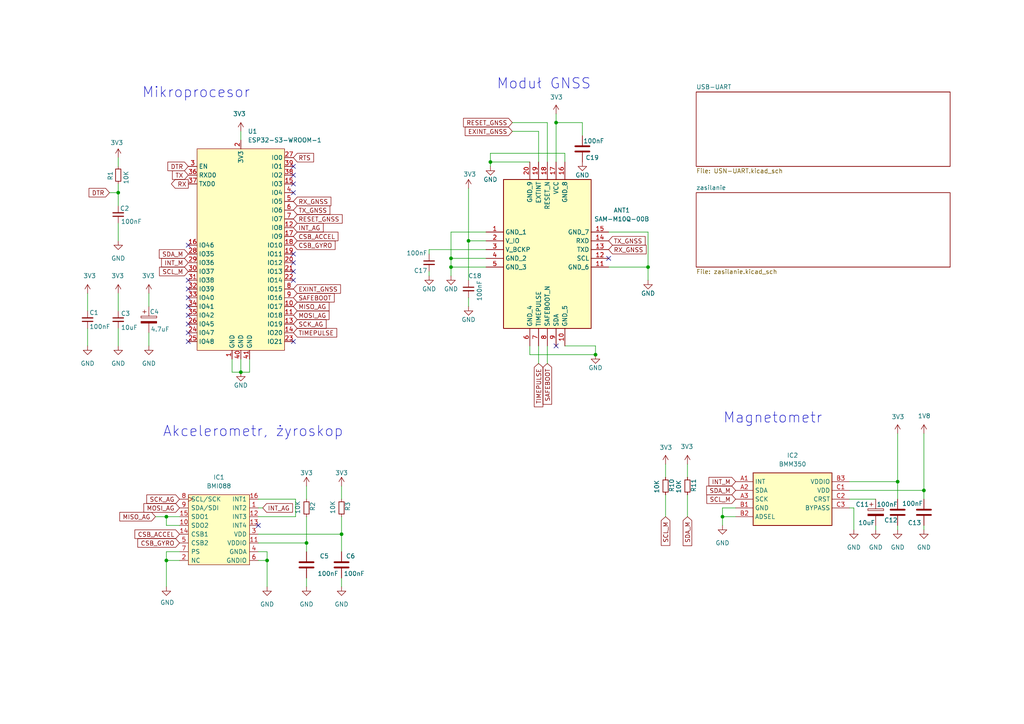
<source format=kicad_sch>
(kicad_sch
	(version 20250114)
	(generator "eeschema")
	(generator_version "9.0")
	(uuid "15c2c88c-98bd-4bb7-837a-a740723cfb52")
	(paper "A4")
	(lib_symbols
		(symbol "BMM350:BMM350"
			(exclude_from_sim no)
			(in_bom yes)
			(on_board yes)
			(property "Reference" "IC"
				(at 29.21 7.62 0)
				(effects
					(font
						(size 1.27 1.27)
					)
					(justify left top)
				)
			)
			(property "Value" "BMM350"
				(at 29.21 5.08 0)
				(effects
					(font
						(size 1.27 1.27)
					)
					(justify left top)
				)
			)
			(property "Footprint" "BGA9C40P3X3_128X128X54"
				(at 29.21 -94.92 0)
				(effects
					(font
						(size 1.27 1.27)
					)
					(justify left top)
					(hide yes)
				)
			)
			(property "Datasheet" "https://www.bosch-sensortec.com/media/boschsensortec/downloads/datasheets/bst-bmm350-ds001.pdf"
				(at 29.21 -194.92 0)
				(effects
					(font
						(size 1.27 1.27)
					)
					(justify left top)
					(hide yes)
				)
			)
			(property "Description" "Board Mount Hall Effect / Magnetic Sensors High-Performance Magnometer"
				(at 0 0 0)
				(effects
					(font
						(size 1.27 1.27)
					)
					(hide yes)
				)
			)
			(property "Height" "0.54"
				(at 29.21 -394.92 0)
				(effects
					(font
						(size 1.27 1.27)
					)
					(justify left top)
					(hide yes)
				)
			)
			(property "Mouser Part Number" "262-BMM350"
				(at 29.21 -494.92 0)
				(effects
					(font
						(size 1.27 1.27)
					)
					(justify left top)
					(hide yes)
				)
			)
			(property "Mouser Price/Stock" "https://www.mouser.co.uk/ProductDetail/Bosch-Sensortec/BMM350?qs=amGC7iS6iy9v98dnmxozLQ%3D%3D"
				(at 29.21 -594.92 0)
				(effects
					(font
						(size 1.27 1.27)
					)
					(justify left top)
					(hide yes)
				)
			)
			(property "Manufacturer_Name" "BOSCH"
				(at 29.21 -694.92 0)
				(effects
					(font
						(size 1.27 1.27)
					)
					(justify left top)
					(hide yes)
				)
			)
			(property "Manufacturer_Part_Number" "BMM350"
				(at 29.21 -794.92 0)
				(effects
					(font
						(size 1.27 1.27)
					)
					(justify left top)
					(hide yes)
				)
			)
			(symbol "BMM350_1_1"
				(rectangle
					(start 5.08 2.54)
					(end 27.94 -12.7)
					(stroke
						(width 0.254)
						(type default)
					)
					(fill
						(type background)
					)
				)
				(pin passive line
					(at 0 0 0)
					(length 5.08)
					(name "INT"
						(effects
							(font
								(size 1.27 1.27)
							)
						)
					)
					(number "A1"
						(effects
							(font
								(size 1.27 1.27)
							)
						)
					)
				)
				(pin passive line
					(at 0 -2.54 0)
					(length 5.08)
					(name "SDA"
						(effects
							(font
								(size 1.27 1.27)
							)
						)
					)
					(number "A2"
						(effects
							(font
								(size 1.27 1.27)
							)
						)
					)
				)
				(pin passive line
					(at 0 -5.08 0)
					(length 5.08)
					(name "SCK"
						(effects
							(font
								(size 1.27 1.27)
							)
						)
					)
					(number "A3"
						(effects
							(font
								(size 1.27 1.27)
							)
						)
					)
				)
				(pin passive line
					(at 0 -7.62 0)
					(length 5.08)
					(name "GND"
						(effects
							(font
								(size 1.27 1.27)
							)
						)
					)
					(number "B1"
						(effects
							(font
								(size 1.27 1.27)
							)
						)
					)
				)
				(pin passive line
					(at 0 -10.16 0)
					(length 5.08)
					(name "ADSEL"
						(effects
							(font
								(size 1.27 1.27)
							)
						)
					)
					(number "B2"
						(effects
							(font
								(size 1.27 1.27)
							)
						)
					)
				)
				(pin passive line
					(at 33.02 0 180)
					(length 5.08)
					(name "VDDIO"
						(effects
							(font
								(size 1.27 1.27)
							)
						)
					)
					(number "B3"
						(effects
							(font
								(size 1.27 1.27)
							)
						)
					)
				)
				(pin passive line
					(at 33.02 -2.54 180)
					(length 5.08)
					(name "VDD"
						(effects
							(font
								(size 1.27 1.27)
							)
						)
					)
					(number "C1"
						(effects
							(font
								(size 1.27 1.27)
							)
						)
					)
				)
				(pin passive line
					(at 33.02 -5.08 180)
					(length 5.08)
					(name "CRST"
						(effects
							(font
								(size 1.27 1.27)
							)
						)
					)
					(number "C2"
						(effects
							(font
								(size 1.27 1.27)
							)
						)
					)
				)
				(pin passive line
					(at 33.02 -7.62 180)
					(length 5.08)
					(name "BYPASS"
						(effects
							(font
								(size 1.27 1.27)
							)
						)
					)
					(number "C3"
						(effects
							(font
								(size 1.27 1.27)
							)
						)
					)
				)
			)
			(embedded_fonts no)
		)
		(symbol "Device:C"
			(pin_numbers
				(hide yes)
			)
			(pin_names
				(offset 0.254)
			)
			(exclude_from_sim no)
			(in_bom yes)
			(on_board yes)
			(property "Reference" "C"
				(at 0.635 2.54 0)
				(effects
					(font
						(size 1.27 1.27)
					)
					(justify left)
				)
			)
			(property "Value" "C"
				(at 0.635 -2.54 0)
				(effects
					(font
						(size 1.27 1.27)
					)
					(justify left)
				)
			)
			(property "Footprint" ""
				(at 0.9652 -3.81 0)
				(effects
					(font
						(size 1.27 1.27)
					)
					(hide yes)
				)
			)
			(property "Datasheet" "~"
				(at 0 0 0)
				(effects
					(font
						(size 1.27 1.27)
					)
					(hide yes)
				)
			)
			(property "Description" "Unpolarized capacitor"
				(at 0 0 0)
				(effects
					(font
						(size 1.27 1.27)
					)
					(hide yes)
				)
			)
			(property "ki_keywords" "cap capacitor"
				(at 0 0 0)
				(effects
					(font
						(size 1.27 1.27)
					)
					(hide yes)
				)
			)
			(property "ki_fp_filters" "C_*"
				(at 0 0 0)
				(effects
					(font
						(size 1.27 1.27)
					)
					(hide yes)
				)
			)
			(symbol "C_0_1"
				(polyline
					(pts
						(xy -2.032 0.762) (xy 2.032 0.762)
					)
					(stroke
						(width 0.508)
						(type default)
					)
					(fill
						(type none)
					)
				)
				(polyline
					(pts
						(xy -2.032 -0.762) (xy 2.032 -0.762)
					)
					(stroke
						(width 0.508)
						(type default)
					)
					(fill
						(type none)
					)
				)
			)
			(symbol "C_1_1"
				(pin passive line
					(at 0 3.81 270)
					(length 2.794)
					(name "~"
						(effects
							(font
								(size 1.27 1.27)
							)
						)
					)
					(number "1"
						(effects
							(font
								(size 1.27 1.27)
							)
						)
					)
				)
				(pin passive line
					(at 0 -3.81 90)
					(length 2.794)
					(name "~"
						(effects
							(font
								(size 1.27 1.27)
							)
						)
					)
					(number "2"
						(effects
							(font
								(size 1.27 1.27)
							)
						)
					)
				)
			)
			(embedded_fonts no)
		)
		(symbol "Device:C_Polarized"
			(pin_numbers
				(hide yes)
			)
			(pin_names
				(offset 0.254)
			)
			(exclude_from_sim no)
			(in_bom yes)
			(on_board yes)
			(property "Reference" "C"
				(at 0.635 2.54 0)
				(effects
					(font
						(size 1.27 1.27)
					)
					(justify left)
				)
			)
			(property "Value" "C_Polarized"
				(at 0.635 -2.54 0)
				(effects
					(font
						(size 1.27 1.27)
					)
					(justify left)
				)
			)
			(property "Footprint" ""
				(at 0.9652 -3.81 0)
				(effects
					(font
						(size 1.27 1.27)
					)
					(hide yes)
				)
			)
			(property "Datasheet" "~"
				(at 0 0 0)
				(effects
					(font
						(size 1.27 1.27)
					)
					(hide yes)
				)
			)
			(property "Description" "Polarized capacitor"
				(at 0 0 0)
				(effects
					(font
						(size 1.27 1.27)
					)
					(hide yes)
				)
			)
			(property "ki_keywords" "cap capacitor"
				(at 0 0 0)
				(effects
					(font
						(size 1.27 1.27)
					)
					(hide yes)
				)
			)
			(property "ki_fp_filters" "CP_*"
				(at 0 0 0)
				(effects
					(font
						(size 1.27 1.27)
					)
					(hide yes)
				)
			)
			(symbol "C_Polarized_0_1"
				(rectangle
					(start -2.286 0.508)
					(end 2.286 1.016)
					(stroke
						(width 0)
						(type default)
					)
					(fill
						(type none)
					)
				)
				(polyline
					(pts
						(xy -1.778 2.286) (xy -0.762 2.286)
					)
					(stroke
						(width 0)
						(type default)
					)
					(fill
						(type none)
					)
				)
				(polyline
					(pts
						(xy -1.27 2.794) (xy -1.27 1.778)
					)
					(stroke
						(width 0)
						(type default)
					)
					(fill
						(type none)
					)
				)
				(rectangle
					(start 2.286 -0.508)
					(end -2.286 -1.016)
					(stroke
						(width 0)
						(type default)
					)
					(fill
						(type outline)
					)
				)
			)
			(symbol "C_Polarized_1_1"
				(pin passive line
					(at 0 3.81 270)
					(length 2.794)
					(name "~"
						(effects
							(font
								(size 1.27 1.27)
							)
						)
					)
					(number "1"
						(effects
							(font
								(size 1.27 1.27)
							)
						)
					)
				)
				(pin passive line
					(at 0 -3.81 90)
					(length 2.794)
					(name "~"
						(effects
							(font
								(size 1.27 1.27)
							)
						)
					)
					(number "2"
						(effects
							(font
								(size 1.27 1.27)
							)
						)
					)
				)
			)
			(embedded_fonts no)
		)
		(symbol "Device:C_Small"
			(pin_numbers
				(hide yes)
			)
			(pin_names
				(offset 0.254)
				(hide yes)
			)
			(exclude_from_sim no)
			(in_bom yes)
			(on_board yes)
			(property "Reference" "C"
				(at 0.254 1.778 0)
				(effects
					(font
						(size 1.27 1.27)
					)
					(justify left)
				)
			)
			(property "Value" "C_Small"
				(at 0.254 -2.032 0)
				(effects
					(font
						(size 1.27 1.27)
					)
					(justify left)
				)
			)
			(property "Footprint" ""
				(at 0 0 0)
				(effects
					(font
						(size 1.27 1.27)
					)
					(hide yes)
				)
			)
			(property "Datasheet" "~"
				(at 0 0 0)
				(effects
					(font
						(size 1.27 1.27)
					)
					(hide yes)
				)
			)
			(property "Description" "Unpolarized capacitor, small symbol"
				(at 0 0 0)
				(effects
					(font
						(size 1.27 1.27)
					)
					(hide yes)
				)
			)
			(property "ki_keywords" "capacitor cap"
				(at 0 0 0)
				(effects
					(font
						(size 1.27 1.27)
					)
					(hide yes)
				)
			)
			(property "ki_fp_filters" "C_*"
				(at 0 0 0)
				(effects
					(font
						(size 1.27 1.27)
					)
					(hide yes)
				)
			)
			(symbol "C_Small_0_1"
				(polyline
					(pts
						(xy -1.524 0.508) (xy 1.524 0.508)
					)
					(stroke
						(width 0.3048)
						(type default)
					)
					(fill
						(type none)
					)
				)
				(polyline
					(pts
						(xy -1.524 -0.508) (xy 1.524 -0.508)
					)
					(stroke
						(width 0.3302)
						(type default)
					)
					(fill
						(type none)
					)
				)
			)
			(symbol "C_Small_1_1"
				(pin passive line
					(at 0 2.54 270)
					(length 2.032)
					(name "~"
						(effects
							(font
								(size 1.27 1.27)
							)
						)
					)
					(number "1"
						(effects
							(font
								(size 1.27 1.27)
							)
						)
					)
				)
				(pin passive line
					(at 0 -2.54 90)
					(length 2.032)
					(name "~"
						(effects
							(font
								(size 1.27 1.27)
							)
						)
					)
					(number "2"
						(effects
							(font
								(size 1.27 1.27)
							)
						)
					)
				)
			)
			(embedded_fonts no)
		)
		(symbol "PUTRocketLab_IC:BMI088"
			(pin_names
				(offset 0.762)
			)
			(exclude_from_sim no)
			(in_bom yes)
			(on_board yes)
			(property "Reference" "IC"
				(at -7.62 13.97 0)
				(effects
					(font
						(size 1.27 1.27)
					)
					(justify left)
				)
			)
			(property "Value" "BMI088"
				(at -7.62 11.43 0)
				(effects
					(font
						(size 1.27 1.27)
					)
					(justify left)
				)
			)
			(property "Footprint" ""
				(at 346.71 -60.96 90)
				(effects
					(font
						(size 1.27 1.27)
					)
					(justify left)
					(hide yes)
				)
			)
			(property "Datasheet" ""
				(at 351.79 -66.04 90)
				(effects
					(font
						(size 1.27 1.27)
					)
					(justify left)
					(hide yes)
				)
			)
			(property "Description" "Inertial Measurement Unit Digital Output 2.5V/3.3V Automotive"
				(at 374.65 -78.74 90)
				(effects
					(font
						(size 1.27 1.27)
					)
					(justify left)
					(hide yes)
				)
			)
			(property "Height" ""
				(at 6.35 -12.7 90)
				(effects
					(font
						(size 1.27 1.27)
					)
					(justify left)
					(hide yes)
				)
			)
			(property "Mouser Part Number" ""
				(at 3.81 -12.7 90)
				(effects
					(font
						(size 1.27 1.27)
					)
					(justify left)
					(hide yes)
				)
			)
			(property "Mouser Price/Stock" ""
				(at 342.9 -50.8 90)
				(effects
					(font
						(size 1.27 1.27)
					)
					(justify left)
					(hide yes)
				)
			)
			(property "Manufacturer_Name" ""
				(at -10.16 -17.78 90)
				(effects
					(font
						(size 1.27 1.27)
					)
					(justify left)
					(hide yes)
				)
			)
			(property "Manufacturer_Part_Number" ""
				(at -12.7 -16.51 90)
				(effects
					(font
						(size 1.27 1.27)
					)
					(justify left)
					(hide yes)
				)
			)
			(symbol "BMI088_0_0"
				(pin input clock
					(at -10.16 8.89 0)
					(length 2.54)
					(name "SCL/SCK"
						(effects
							(font
								(size 1.27 1.27)
							)
						)
					)
					(number "8"
						(effects
							(font
								(size 1.27 1.27)
							)
						)
					)
				)
				(pin input line
					(at -10.16 6.35 0)
					(length 2.54)
					(name "SDA/SDI"
						(effects
							(font
								(size 1.27 1.27)
							)
						)
					)
					(number "9"
						(effects
							(font
								(size 1.27 1.27)
							)
						)
					)
				)
				(pin output line
					(at -10.16 3.81 0)
					(length 2.54)
					(name "SDO1"
						(effects
							(font
								(size 1.27 1.27)
							)
						)
					)
					(number "15"
						(effects
							(font
								(size 1.27 1.27)
							)
						)
					)
				)
				(pin output line
					(at -10.16 1.27 0)
					(length 2.54)
					(name "SDO2"
						(effects
							(font
								(size 1.27 1.27)
							)
						)
					)
					(number "10"
						(effects
							(font
								(size 1.27 1.27)
							)
						)
					)
				)
				(pin input line
					(at -10.16 -1.27 0)
					(length 2.54)
					(name "CSB1"
						(effects
							(font
								(size 1.27 1.27)
							)
						)
					)
					(number "14"
						(effects
							(font
								(size 1.27 1.27)
							)
						)
					)
				)
				(pin input line
					(at -10.16 -3.81 0)
					(length 2.54)
					(name "CSB2"
						(effects
							(font
								(size 1.27 1.27)
							)
						)
					)
					(number "5"
						(effects
							(font
								(size 1.27 1.27)
							)
						)
					)
				)
				(pin input line
					(at -10.16 -6.35 0)
					(length 2.54)
					(name "PS"
						(effects
							(font
								(size 1.27 1.27)
							)
						)
					)
					(number "7"
						(effects
							(font
								(size 1.27 1.27)
							)
						)
					)
				)
				(pin passive line
					(at -10.16 -8.89 0)
					(length 2.54)
					(name "NC"
						(effects
							(font
								(size 1.27 1.27)
							)
						)
					)
					(number "2"
						(effects
							(font
								(size 1.27 1.27)
							)
						)
					)
				)
				(pin bidirectional line
					(at 12.7 8.89 180)
					(length 2.54)
					(name "INT1"
						(effects
							(font
								(size 1.27 1.27)
							)
						)
					)
					(number "16"
						(effects
							(font
								(size 1.27 1.27)
							)
						)
					)
				)
				(pin bidirectional line
					(at 12.7 6.35 180)
					(length 2.54)
					(name "INT2"
						(effects
							(font
								(size 1.27 1.27)
							)
						)
					)
					(number "1"
						(effects
							(font
								(size 1.27 1.27)
							)
						)
					)
				)
				(pin output line
					(at 12.7 3.81 180)
					(length 2.54)
					(name "INT3"
						(effects
							(font
								(size 1.27 1.27)
							)
						)
					)
					(number "12"
						(effects
							(font
								(size 1.27 1.27)
							)
						)
					)
				)
				(pin output line
					(at 12.7 1.27 180)
					(length 2.54)
					(name "INT4"
						(effects
							(font
								(size 1.27 1.27)
							)
						)
					)
					(number "13"
						(effects
							(font
								(size 1.27 1.27)
							)
						)
					)
				)
				(pin power_in line
					(at 12.7 -1.27 180)
					(length 2.54)
					(name "VDD"
						(effects
							(font
								(size 1.27 1.27)
							)
						)
					)
					(number "3"
						(effects
							(font
								(size 1.27 1.27)
							)
						)
					)
				)
				(pin power_in line
					(at 12.7 -3.81 180)
					(length 2.54)
					(name "VDDIO"
						(effects
							(font
								(size 1.27 1.27)
							)
						)
					)
					(number "11"
						(effects
							(font
								(size 1.27 1.27)
							)
						)
					)
				)
				(pin power_out line
					(at 12.7 -6.35 180)
					(length 2.54)
					(name "GNDA"
						(effects
							(font
								(size 1.27 1.27)
							)
						)
					)
					(number "4"
						(effects
							(font
								(size 1.27 1.27)
							)
						)
					)
				)
				(pin power_out line
					(at 12.7 -8.89 180)
					(length 2.54)
					(name "GNDIO"
						(effects
							(font
								(size 1.27 1.27)
							)
						)
					)
					(number "6"
						(effects
							(font
								(size 1.27 1.27)
							)
						)
					)
				)
			)
			(symbol "BMI088_0_1"
				(rectangle
					(start -7.62 10.16)
					(end 10.16 -10.16)
					(stroke
						(width 0)
						(type default)
					)
					(fill
						(type background)
					)
				)
			)
			(embedded_fonts no)
		)
		(symbol "PUTRocketLab_IC:ESP32-S3-WROOM-1"
			(exclude_from_sim no)
			(in_bom yes)
			(on_board yes)
			(property "Reference" "U"
				(at -11.43 30.48 0)
				(effects
					(font
						(size 1.27 1.27)
					)
				)
			)
			(property "Value" "ESP32-S3-WROOM-1"
				(at 0 -1.27 90)
				(effects
					(font
						(size 1.27 1.27)
					)
				)
			)
			(property "Footprint" "PUTRocketLab_IC:ESP32-S3-WROOM-1"
				(at 0 -48.26 0)
				(effects
					(font
						(size 1.27 1.27)
					)
					(hide yes)
				)
			)
			(property "Datasheet" "https://www.espressif.com/sites/default/files/documentation/esp32-s3-wroom-1_wroom-1u_datasheet_en.pdf"
				(at 0 -45.72 0)
				(effects
					(font
						(size 1.27 1.27)
					)
					(hide yes)
				)
			)
			(property "Description" ""
				(at 0 0 0)
				(effects
					(font
						(size 1.27 1.27)
					)
					(hide yes)
				)
			)
			(property "ki_keywords" "ESP, ESP32, WROOM"
				(at 0 0 0)
				(effects
					(font
						(size 1.27 1.27)
					)
					(hide yes)
				)
			)
			(symbol "ESP32-S3-WROOM-1_0_1"
				(rectangle
					(start -12.7 29.21)
					(end 12.7 -29.21)
					(stroke
						(width 0)
						(type default)
					)
					(fill
						(type background)
					)
				)
			)
			(symbol "ESP32-S3-WROOM-1_1_1"
				(pin input line
					(at -15.24 24.13 0)
					(length 2.54)
					(name "EN"
						(effects
							(font
								(size 1.27 1.27)
							)
						)
					)
					(number "3"
						(effects
							(font
								(size 1.27 1.27)
							)
						)
					)
				)
				(pin input line
					(at -15.24 21.59 0)
					(length 2.54)
					(name "RXD0"
						(effects
							(font
								(size 1.27 1.27)
							)
						)
					)
					(number "36"
						(effects
							(font
								(size 1.27 1.27)
							)
						)
					)
				)
				(pin output line
					(at -15.24 19.05 0)
					(length 2.54)
					(name "TXD0"
						(effects
							(font
								(size 1.27 1.27)
							)
						)
					)
					(number "37"
						(effects
							(font
								(size 1.27 1.27)
							)
						)
					)
				)
				(pin tri_state line
					(at -15.24 1.27 0)
					(length 2.54)
					(name "IO46"
						(effects
							(font
								(size 1.27 1.27)
							)
						)
					)
					(number "16"
						(effects
							(font
								(size 1.27 1.27)
							)
						)
					)
				)
				(pin bidirectional line
					(at -15.24 -1.27 0)
					(length 2.54)
					(name "IO35"
						(effects
							(font
								(size 1.27 1.27)
							)
						)
					)
					(number "28"
						(effects
							(font
								(size 1.27 1.27)
							)
						)
					)
				)
				(pin bidirectional line
					(at -15.24 -3.81 0)
					(length 2.54)
					(name "IO36"
						(effects
							(font
								(size 1.27 1.27)
							)
						)
					)
					(number "29"
						(effects
							(font
								(size 1.27 1.27)
							)
						)
					)
				)
				(pin bidirectional line
					(at -15.24 -6.35 0)
					(length 2.54)
					(name "IO37"
						(effects
							(font
								(size 1.27 1.27)
							)
						)
					)
					(number "30"
						(effects
							(font
								(size 1.27 1.27)
							)
						)
					)
				)
				(pin bidirectional line
					(at -15.24 -8.89 0)
					(length 2.54)
					(name "IO38"
						(effects
							(font
								(size 1.27 1.27)
							)
						)
					)
					(number "31"
						(effects
							(font
								(size 1.27 1.27)
							)
						)
					)
				)
				(pin bidirectional line
					(at -15.24 -11.43 0)
					(length 2.54)
					(name "IO39"
						(effects
							(font
								(size 1.27 1.27)
							)
						)
					)
					(number "32"
						(effects
							(font
								(size 1.27 1.27)
							)
						)
					)
				)
				(pin bidirectional line
					(at -15.24 -13.97 0)
					(length 2.54)
					(name "IO40"
						(effects
							(font
								(size 1.27 1.27)
							)
						)
					)
					(number "33"
						(effects
							(font
								(size 1.27 1.27)
							)
						)
					)
				)
				(pin bidirectional line
					(at -15.24 -16.51 0)
					(length 2.54)
					(name "IO41"
						(effects
							(font
								(size 1.27 1.27)
							)
						)
					)
					(number "34"
						(effects
							(font
								(size 1.27 1.27)
							)
						)
					)
				)
				(pin bidirectional line
					(at -15.24 -19.05 0)
					(length 2.54)
					(name "IO42"
						(effects
							(font
								(size 1.27 1.27)
							)
						)
					)
					(number "35"
						(effects
							(font
								(size 1.27 1.27)
							)
						)
					)
				)
				(pin tri_state line
					(at -15.24 -21.59 0)
					(length 2.54)
					(name "IO45"
						(effects
							(font
								(size 1.27 1.27)
							)
						)
					)
					(number "26"
						(effects
							(font
								(size 1.27 1.27)
							)
						)
					)
				)
				(pin bidirectional line
					(at -15.24 -24.13 0)
					(length 2.54)
					(name "IO47"
						(effects
							(font
								(size 1.27 1.27)
							)
						)
					)
					(number "24"
						(effects
							(font
								(size 1.27 1.27)
							)
						)
					)
				)
				(pin bidirectional line
					(at -15.24 -26.67 0)
					(length 2.54)
					(name "IO48"
						(effects
							(font
								(size 1.27 1.27)
							)
						)
					)
					(number "25"
						(effects
							(font
								(size 1.27 1.27)
							)
						)
					)
				)
				(pin power_in line
					(at -2.54 -31.75 90)
					(length 2.54)
					(name "GND"
						(effects
							(font
								(size 1.27 1.27)
							)
						)
					)
					(number "1"
						(effects
							(font
								(size 1.27 1.27)
							)
						)
					)
				)
				(pin power_in line
					(at 0 31.75 270)
					(length 2.54)
					(name "3V3"
						(effects
							(font
								(size 1.27 1.27)
							)
						)
					)
					(number "2"
						(effects
							(font
								(size 1.27 1.27)
							)
						)
					)
				)
				(pin power_in line
					(at 0 -31.75 90)
					(length 2.54)
					(name "GND"
						(effects
							(font
								(size 1.27 1.27)
							)
						)
					)
					(number "40"
						(effects
							(font
								(size 1.27 1.27)
							)
						)
					)
				)
				(pin power_in line
					(at 2.54 -31.75 90)
					(length 2.54)
					(name "GND"
						(effects
							(font
								(size 1.27 1.27)
							)
						)
					)
					(number "41"
						(effects
							(font
								(size 1.27 1.27)
							)
						)
					)
				)
				(pin tri_state line
					(at 15.24 26.67 180)
					(length 2.54)
					(name "IO0"
						(effects
							(font
								(size 1.27 1.27)
							)
						)
					)
					(number "27"
						(effects
							(font
								(size 1.27 1.27)
							)
						)
					)
				)
				(pin bidirectional line
					(at 15.24 24.13 180)
					(length 2.54)
					(name "IO1"
						(effects
							(font
								(size 1.27 1.27)
							)
						)
					)
					(number "39"
						(effects
							(font
								(size 1.27 1.27)
							)
						)
					)
				)
				(pin bidirectional line
					(at 15.24 21.59 180)
					(length 2.54)
					(name "IO2"
						(effects
							(font
								(size 1.27 1.27)
							)
						)
					)
					(number "38"
						(effects
							(font
								(size 1.27 1.27)
							)
						)
					)
				)
				(pin tri_state line
					(at 15.24 19.05 180)
					(length 2.54)
					(name "IO3"
						(effects
							(font
								(size 1.27 1.27)
							)
						)
					)
					(number "15"
						(effects
							(font
								(size 1.27 1.27)
							)
						)
					)
				)
				(pin bidirectional line
					(at 15.24 16.51 180)
					(length 2.54)
					(name "IO4"
						(effects
							(font
								(size 1.27 1.27)
							)
						)
					)
					(number "4"
						(effects
							(font
								(size 1.27 1.27)
							)
						)
					)
				)
				(pin bidirectional line
					(at 15.24 13.97 180)
					(length 2.54)
					(name "IO5"
						(effects
							(font
								(size 1.27 1.27)
							)
						)
					)
					(number "5"
						(effects
							(font
								(size 1.27 1.27)
							)
						)
					)
				)
				(pin bidirectional line
					(at 15.24 11.43 180)
					(length 2.54)
					(name "IO6"
						(effects
							(font
								(size 1.27 1.27)
							)
						)
					)
					(number "6"
						(effects
							(font
								(size 1.27 1.27)
							)
						)
					)
				)
				(pin bidirectional line
					(at 15.24 8.89 180)
					(length 2.54)
					(name "IO7"
						(effects
							(font
								(size 1.27 1.27)
							)
						)
					)
					(number "7"
						(effects
							(font
								(size 1.27 1.27)
							)
						)
					)
				)
				(pin bidirectional line
					(at 15.24 6.35 180)
					(length 2.54)
					(name "IO8"
						(effects
							(font
								(size 1.27 1.27)
							)
						)
					)
					(number "12"
						(effects
							(font
								(size 1.27 1.27)
							)
						)
					)
				)
				(pin bidirectional line
					(at 15.24 3.81 180)
					(length 2.54)
					(name "IO9"
						(effects
							(font
								(size 1.27 1.27)
							)
						)
					)
					(number "17"
						(effects
							(font
								(size 1.27 1.27)
							)
						)
					)
				)
				(pin bidirectional line
					(at 15.24 1.27 180)
					(length 2.54)
					(name "IO10"
						(effects
							(font
								(size 1.27 1.27)
							)
						)
					)
					(number "18"
						(effects
							(font
								(size 1.27 1.27)
							)
						)
					)
				)
				(pin bidirectional line
					(at 15.24 -1.27 180)
					(length 2.54)
					(name "IO11"
						(effects
							(font
								(size 1.27 1.27)
							)
						)
					)
					(number "19"
						(effects
							(font
								(size 1.27 1.27)
							)
						)
					)
				)
				(pin bidirectional line
					(at 15.24 -3.81 180)
					(length 2.54)
					(name "IO12"
						(effects
							(font
								(size 1.27 1.27)
							)
						)
					)
					(number "20"
						(effects
							(font
								(size 1.27 1.27)
							)
						)
					)
				)
				(pin bidirectional line
					(at 15.24 -6.35 180)
					(length 2.54)
					(name "IO13"
						(effects
							(font
								(size 1.27 1.27)
							)
						)
					)
					(number "21"
						(effects
							(font
								(size 1.27 1.27)
							)
						)
					)
				)
				(pin bidirectional line
					(at 15.24 -8.89 180)
					(length 2.54)
					(name "IO14"
						(effects
							(font
								(size 1.27 1.27)
							)
						)
					)
					(number "22"
						(effects
							(font
								(size 1.27 1.27)
							)
						)
					)
				)
				(pin bidirectional line
					(at 15.24 -11.43 180)
					(length 2.54)
					(name "IO15"
						(effects
							(font
								(size 1.27 1.27)
							)
						)
					)
					(number "8"
						(effects
							(font
								(size 1.27 1.27)
							)
						)
					)
				)
				(pin bidirectional line
					(at 15.24 -13.97 180)
					(length 2.54)
					(name "IO16"
						(effects
							(font
								(size 1.27 1.27)
							)
						)
					)
					(number "9"
						(effects
							(font
								(size 1.27 1.27)
							)
						)
					)
				)
				(pin bidirectional line
					(at 15.24 -16.51 180)
					(length 2.54)
					(name "IO17"
						(effects
							(font
								(size 1.27 1.27)
							)
						)
					)
					(number "10"
						(effects
							(font
								(size 1.27 1.27)
							)
						)
					)
				)
				(pin bidirectional line
					(at 15.24 -19.05 180)
					(length 2.54)
					(name "IO18"
						(effects
							(font
								(size 1.27 1.27)
							)
						)
					)
					(number "11"
						(effects
							(font
								(size 1.27 1.27)
							)
						)
					)
				)
				(pin bidirectional line
					(at 15.24 -21.59 180)
					(length 2.54)
					(name "IO19"
						(effects
							(font
								(size 1.27 1.27)
							)
						)
					)
					(number "13"
						(effects
							(font
								(size 1.27 1.27)
							)
						)
					)
				)
				(pin bidirectional line
					(at 15.24 -24.13 180)
					(length 2.54)
					(name "IO20"
						(effects
							(font
								(size 1.27 1.27)
							)
						)
					)
					(number "14"
						(effects
							(font
								(size 1.27 1.27)
							)
						)
					)
				)
				(pin bidirectional line
					(at 15.24 -26.67 180)
					(length 2.54)
					(name "IO21"
						(effects
							(font
								(size 1.27 1.27)
							)
						)
					)
					(number "23"
						(effects
							(font
								(size 1.27 1.27)
							)
						)
					)
				)
			)
			(embedded_fonts no)
		)
		(symbol "PUT_RocketLab_misc:SAM-M10Q-00B"
			(exclude_from_sim no)
			(in_bom yes)
			(on_board yes)
			(property "Reference" "ANT"
				(at 31.75 20.32 0)
				(effects
					(font
						(size 1.27 1.27)
					)
					(justify left top)
				)
			)
			(property "Value" "SAM-M10Q-00B"
				(at 31.75 17.78 0)
				(effects
					(font
						(size 1.27 1.27)
					)
					(justify left top)
				)
			)
			(property "Footprint" "SAMM10Q00B"
				(at 31.75 -82.22 0)
				(effects
					(font
						(size 1.27 1.27)
					)
					(justify left top)
					(hide yes)
				)
			)
			(property "Datasheet" "https://content.u-blox.com/sites/default/files/documents/SAM-M10Q_DataSheet_UBX-22013293.pdf"
				(at 31.75 -182.22 0)
				(effects
					(font
						(size 1.27 1.27)
					)
					(justify left top)
					(hide yes)
				)
			)
			(property "Description" "GNSS / GPS Modules M10 precision GNSS patch antenna module"
				(at 0 0 0)
				(effects
					(font
						(size 1.27 1.27)
					)
					(hide yes)
				)
			)
			(property "Height" "6.8"
				(at 31.75 -382.22 0)
				(effects
					(font
						(size 1.27 1.27)
					)
					(justify left top)
					(hide yes)
				)
			)
			(property "Mouser Part Number" "377-SAM-M10Q-00B"
				(at 31.75 -482.22 0)
				(effects
					(font
						(size 1.27 1.27)
					)
					(justify left top)
					(hide yes)
				)
			)
			(property "Mouser Price/Stock" "https://www.mouser.co.uk/ProductDetail/u-blox/SAM-M10Q-00B?qs=vvQtp7zwQdOaA6LplTUKjg%3D%3D"
				(at 31.75 -582.22 0)
				(effects
					(font
						(size 1.27 1.27)
					)
					(justify left top)
					(hide yes)
				)
			)
			(property "Manufacturer_Name" "U-Blox"
				(at 31.75 -682.22 0)
				(effects
					(font
						(size 1.27 1.27)
					)
					(justify left top)
					(hide yes)
				)
			)
			(property "Manufacturer_Part_Number" "SAM-M10Q-00B"
				(at 31.75 -782.22 0)
				(effects
					(font
						(size 1.27 1.27)
					)
					(justify left top)
					(hide yes)
				)
			)
			(symbol "SAM-M10Q-00B_1_1"
				(rectangle
					(start 5.08 15.24)
					(end 30.48 -27.94)
					(stroke
						(width 0.254)
						(type default)
					)
					(fill
						(type background)
					)
				)
				(pin passive line
					(at 0 0 0)
					(length 5.08)
					(name "GND_1"
						(effects
							(font
								(size 1.27 1.27)
							)
						)
					)
					(number "1"
						(effects
							(font
								(size 1.27 1.27)
							)
						)
					)
				)
				(pin passive line
					(at 0 -2.54 0)
					(length 5.08)
					(name "V_IO"
						(effects
							(font
								(size 1.27 1.27)
							)
						)
					)
					(number "2"
						(effects
							(font
								(size 1.27 1.27)
							)
						)
					)
				)
				(pin passive line
					(at 0 -5.08 0)
					(length 5.08)
					(name "V_BCKP"
						(effects
							(font
								(size 1.27 1.27)
							)
						)
					)
					(number "3"
						(effects
							(font
								(size 1.27 1.27)
							)
						)
					)
				)
				(pin passive line
					(at 0 -7.62 0)
					(length 5.08)
					(name "GND_2"
						(effects
							(font
								(size 1.27 1.27)
							)
						)
					)
					(number "4"
						(effects
							(font
								(size 1.27 1.27)
							)
						)
					)
				)
				(pin passive line
					(at 0 -10.16 0)
					(length 5.08)
					(name "GND_3"
						(effects
							(font
								(size 1.27 1.27)
							)
						)
					)
					(number "5"
						(effects
							(font
								(size 1.27 1.27)
							)
						)
					)
				)
				(pin passive line
					(at 12.7 20.32 270)
					(length 5.08)
					(name "GND_9"
						(effects
							(font
								(size 1.27 1.27)
							)
						)
					)
					(number "20"
						(effects
							(font
								(size 1.27 1.27)
							)
						)
					)
				)
				(pin passive line
					(at 12.7 -33.02 90)
					(length 5.08)
					(name "GND_4"
						(effects
							(font
								(size 1.27 1.27)
							)
						)
					)
					(number "6"
						(effects
							(font
								(size 1.27 1.27)
							)
						)
					)
				)
				(pin passive line
					(at 15.24 20.32 270)
					(length 5.08)
					(name "EXTINT"
						(effects
							(font
								(size 1.27 1.27)
							)
						)
					)
					(number "19"
						(effects
							(font
								(size 1.27 1.27)
							)
						)
					)
				)
				(pin passive line
					(at 15.24 -33.02 90)
					(length 5.08)
					(name "TIMEPULSE"
						(effects
							(font
								(size 1.27 1.27)
							)
						)
					)
					(number "7"
						(effects
							(font
								(size 1.27 1.27)
							)
						)
					)
				)
				(pin passive line
					(at 17.78 20.32 270)
					(length 5.08)
					(name "RESET_N"
						(effects
							(font
								(size 1.27 1.27)
							)
						)
					)
					(number "18"
						(effects
							(font
								(size 1.27 1.27)
							)
						)
					)
				)
				(pin passive line
					(at 17.78 -33.02 90)
					(length 5.08)
					(name "SAFEBOOT_N"
						(effects
							(font
								(size 1.27 1.27)
							)
						)
					)
					(number "8"
						(effects
							(font
								(size 1.27 1.27)
							)
						)
					)
				)
				(pin passive line
					(at 20.32 20.32 270)
					(length 5.08)
					(name "VCC"
						(effects
							(font
								(size 1.27 1.27)
							)
						)
					)
					(number "17"
						(effects
							(font
								(size 1.27 1.27)
							)
						)
					)
				)
				(pin passive line
					(at 20.32 -33.02 90)
					(length 5.08)
					(name "SDA"
						(effects
							(font
								(size 1.27 1.27)
							)
						)
					)
					(number "9"
						(effects
							(font
								(size 1.27 1.27)
							)
						)
					)
				)
				(pin passive line
					(at 22.86 20.32 270)
					(length 5.08)
					(name "GND_8"
						(effects
							(font
								(size 1.27 1.27)
							)
						)
					)
					(number "16"
						(effects
							(font
								(size 1.27 1.27)
							)
						)
					)
				)
				(pin passive line
					(at 22.86 -33.02 90)
					(length 5.08)
					(name "GND_5"
						(effects
							(font
								(size 1.27 1.27)
							)
						)
					)
					(number "10"
						(effects
							(font
								(size 1.27 1.27)
							)
						)
					)
				)
				(pin passive line
					(at 35.56 0 180)
					(length 5.08)
					(name "GND_7"
						(effects
							(font
								(size 1.27 1.27)
							)
						)
					)
					(number "15"
						(effects
							(font
								(size 1.27 1.27)
							)
						)
					)
				)
				(pin passive line
					(at 35.56 -2.54 180)
					(length 5.08)
					(name "RXD"
						(effects
							(font
								(size 1.27 1.27)
							)
						)
					)
					(number "14"
						(effects
							(font
								(size 1.27 1.27)
							)
						)
					)
				)
				(pin passive line
					(at 35.56 -5.08 180)
					(length 5.08)
					(name "TXD"
						(effects
							(font
								(size 1.27 1.27)
							)
						)
					)
					(number "13"
						(effects
							(font
								(size 1.27 1.27)
							)
						)
					)
				)
				(pin passive line
					(at 35.56 -7.62 180)
					(length 5.08)
					(name "SCL"
						(effects
							(font
								(size 1.27 1.27)
							)
						)
					)
					(number "12"
						(effects
							(font
								(size 1.27 1.27)
							)
						)
					)
				)
				(pin passive line
					(at 35.56 -10.16 180)
					(length 5.08)
					(name "GND_6"
						(effects
							(font
								(size 1.27 1.27)
							)
						)
					)
					(number "11"
						(effects
							(font
								(size 1.27 1.27)
							)
						)
					)
				)
			)
			(embedded_fonts no)
		)
		(symbol "PutRocketLab_RCL:R_Small"
			(pin_numbers
				(hide yes)
			)
			(pin_names
				(offset 0.254)
				(hide yes)
			)
			(exclude_from_sim no)
			(in_bom yes)
			(on_board yes)
			(property "Reference" "R"
				(at 0.762 0.508 0)
				(effects
					(font
						(size 1.27 1.27)
					)
					(justify left)
				)
			)
			(property "Value" "R_Small"
				(at 0.762 -1.016 0)
				(effects
					(font
						(size 1.27 1.27)
					)
					(justify left)
				)
			)
			(property "Footprint" ""
				(at 0 0 0)
				(effects
					(font
						(size 1.27 1.27)
					)
					(hide yes)
				)
			)
			(property "Datasheet" "~"
				(at 0 0 0)
				(effects
					(font
						(size 1.27 1.27)
					)
					(hide yes)
				)
			)
			(property "Description" "Resistor, small symbol"
				(at 0 0 0)
				(effects
					(font
						(size 1.27 1.27)
					)
					(hide yes)
				)
			)
			(property "ki_keywords" "R resistor"
				(at 0 0 0)
				(effects
					(font
						(size 1.27 1.27)
					)
					(hide yes)
				)
			)
			(property "ki_fp_filters" "R_*"
				(at 0 0 0)
				(effects
					(font
						(size 1.27 1.27)
					)
					(hide yes)
				)
			)
			(symbol "R_Small_0_1"
				(rectangle
					(start -0.762 1.778)
					(end 0.762 -1.778)
					(stroke
						(width 0.2032)
						(type default)
					)
					(fill
						(type none)
					)
				)
			)
			(symbol "R_Small_1_1"
				(pin passive line
					(at 0 2.54 270)
					(length 0.762)
					(name "~"
						(effects
							(font
								(size 1.27 1.27)
							)
						)
					)
					(number "1"
						(effects
							(font
								(size 1.27 1.27)
							)
						)
					)
				)
				(pin passive line
					(at 0 -2.54 90)
					(length 0.762)
					(name "~"
						(effects
							(font
								(size 1.27 1.27)
							)
						)
					)
					(number "2"
						(effects
							(font
								(size 1.27 1.27)
							)
						)
					)
				)
			)
			(embedded_fonts no)
		)
		(symbol "power:+3V3"
			(power)
			(pin_names
				(offset 0)
			)
			(exclude_from_sim no)
			(in_bom yes)
			(on_board yes)
			(property "Reference" "#PWR"
				(at 0 -3.81 0)
				(effects
					(font
						(size 1.27 1.27)
					)
					(hide yes)
				)
			)
			(property "Value" "+3V3"
				(at 0 3.556 0)
				(effects
					(font
						(size 1.27 1.27)
					)
				)
			)
			(property "Footprint" ""
				(at 0 0 0)
				(effects
					(font
						(size 1.27 1.27)
					)
					(hide yes)
				)
			)
			(property "Datasheet" ""
				(at 0 0 0)
				(effects
					(font
						(size 1.27 1.27)
					)
					(hide yes)
				)
			)
			(property "Description" "Power symbol creates a global label with name \"+3V3\""
				(at 0 0 0)
				(effects
					(font
						(size 1.27 1.27)
					)
					(hide yes)
				)
			)
			(property "ki_keywords" "power-flag"
				(at 0 0 0)
				(effects
					(font
						(size 1.27 1.27)
					)
					(hide yes)
				)
			)
			(symbol "+3V3_0_1"
				(polyline
					(pts
						(xy -0.762 1.27) (xy 0 2.54)
					)
					(stroke
						(width 0)
						(type default)
					)
					(fill
						(type none)
					)
				)
				(polyline
					(pts
						(xy 0 2.54) (xy 0.762 1.27)
					)
					(stroke
						(width 0)
						(type default)
					)
					(fill
						(type none)
					)
				)
				(polyline
					(pts
						(xy 0 0) (xy 0 2.54)
					)
					(stroke
						(width 0)
						(type default)
					)
					(fill
						(type none)
					)
				)
			)
			(symbol "+3V3_1_1"
				(pin power_in line
					(at 0 0 90)
					(length 0)
					(hide yes)
					(name "+3V3"
						(effects
							(font
								(size 1.27 1.27)
							)
						)
					)
					(number "1"
						(effects
							(font
								(size 1.27 1.27)
							)
						)
					)
				)
			)
			(embedded_fonts no)
		)
		(symbol "power:GND"
			(power)
			(pin_names
				(offset 0)
			)
			(exclude_from_sim no)
			(in_bom yes)
			(on_board yes)
			(property "Reference" "#PWR"
				(at 0 -6.35 0)
				(effects
					(font
						(size 1.27 1.27)
					)
					(hide yes)
				)
			)
			(property "Value" "GND"
				(at 0 -3.81 0)
				(effects
					(font
						(size 1.27 1.27)
					)
				)
			)
			(property "Footprint" ""
				(at 0 0 0)
				(effects
					(font
						(size 1.27 1.27)
					)
					(hide yes)
				)
			)
			(property "Datasheet" ""
				(at 0 0 0)
				(effects
					(font
						(size 1.27 1.27)
					)
					(hide yes)
				)
			)
			(property "Description" "Power symbol creates a global label with name \"GND\" , ground"
				(at 0 0 0)
				(effects
					(font
						(size 1.27 1.27)
					)
					(hide yes)
				)
			)
			(property "ki_keywords" "power-flag"
				(at 0 0 0)
				(effects
					(font
						(size 1.27 1.27)
					)
					(hide yes)
				)
			)
			(symbol "GND_0_1"
				(polyline
					(pts
						(xy 0 0) (xy 0 -1.27) (xy 1.27 -1.27) (xy 0 -2.54) (xy -1.27 -1.27) (xy 0 -1.27)
					)
					(stroke
						(width 0)
						(type default)
					)
					(fill
						(type none)
					)
				)
			)
			(symbol "GND_1_1"
				(pin power_in line
					(at 0 0 270)
					(length 0)
					(hide yes)
					(name "GND"
						(effects
							(font
								(size 1.27 1.27)
							)
						)
					)
					(number "1"
						(effects
							(font
								(size 1.27 1.27)
							)
						)
					)
				)
			)
			(embedded_fonts no)
		)
	)
	(text "Akcelerometr, żyroskop"
		(exclude_from_sim no)
		(at 73.406 125.222 0)
		(effects
			(font
				(size 3 3)
			)
		)
		(uuid "2ffcc3cc-e6dc-47d5-bd8b-dd1f690d9697")
	)
	(text "Magnetometr\n"
		(exclude_from_sim no)
		(at 224.155 121.285 0)
		(effects
			(font
				(size 3 3)
			)
		)
		(uuid "b665a499-a69e-4ecb-886a-61b1d39d781c")
	)
	(text "Mikroprocesor\n"
		(exclude_from_sim no)
		(at 56.896 26.924 0)
		(effects
			(font
				(size 3 3)
			)
		)
		(uuid "b8957846-4650-4234-95ff-546c10feeb02")
	)
	(text "Moduł GNSS\n"
		(exclude_from_sim no)
		(at 157.734 24.384 0)
		(effects
			(font
				(size 3 3)
			)
		)
		(uuid "f5ce8848-6a08-41ed-924f-a4e9ec5e5634")
	)
	(junction
		(at 48.26 149.86)
		(diameter 0)
		(color 0 0 0 0)
		(uuid "0ec6dd20-e4e4-4a63-8d5f-f4e012413425")
	)
	(junction
		(at 69.85 107.95)
		(diameter 0)
		(color 0 0 0 0)
		(uuid "102343d0-4d19-4f29-8711-1e116f2ae078")
	)
	(junction
		(at 172.72 102.87)
		(diameter 0)
		(color 0 0 0 0)
		(uuid "1a45d3a1-0dcb-41ed-bb06-8f20262f4743")
	)
	(junction
		(at 99.06 154.94)
		(diameter 0)
		(color 0 0 0 0)
		(uuid "253577be-183b-4ae5-8bde-5c59a3716158")
	)
	(junction
		(at 161.29 35.56)
		(diameter 0)
		(color 0 0 0 0)
		(uuid "2d6cc3eb-18db-4d38-a3c7-3de16b840a06")
	)
	(junction
		(at 48.26 162.56)
		(diameter 0)
		(color 0 0 0 0)
		(uuid "2da53453-c589-4bce-917d-16e6a8b274a0")
	)
	(junction
		(at 130.81 77.47)
		(diameter 0)
		(color 0 0 0 0)
		(uuid "2e284a89-f281-4246-acd8-a1ceea7af96a")
	)
	(junction
		(at 267.97 142.24)
		(diameter 0)
		(color 0 0 0 0)
		(uuid "34ad95a0-72ef-4938-98f4-cea4ebf0e07c")
	)
	(junction
		(at 77.47 162.56)
		(diameter 0)
		(color 0 0 0 0)
		(uuid "38a44a23-1e22-4899-be9e-4eea191d0265")
	)
	(junction
		(at 34.29 55.88)
		(diameter 0)
		(color 0 0 0 0)
		(uuid "43c37598-c38a-4f52-8515-e38d9352ded3")
	)
	(junction
		(at 88.9 157.48)
		(diameter 0)
		(color 0 0 0 0)
		(uuid "76f37710-8403-4855-a9df-97db21b8feaa")
	)
	(junction
		(at 209.55 149.86)
		(diameter 0)
		(color 0 0 0 0)
		(uuid "8a90932b-8672-451b-bb4c-a7b75b1f873c")
	)
	(junction
		(at 130.81 74.93)
		(diameter 0)
		(color 0 0 0 0)
		(uuid "91d745f7-bf37-4caf-b71b-3b006228ebce")
	)
	(junction
		(at 135.89 69.85)
		(diameter 0)
		(color 0 0 0 0)
		(uuid "b2c26df2-85c9-43e2-8c59-8eba28a6a31d")
	)
	(junction
		(at 260.35 139.7)
		(diameter 0)
		(color 0 0 0 0)
		(uuid "c39290ee-82fa-41b1-a356-e75b6cb1ed4e")
	)
	(junction
		(at 142.24 46.99)
		(diameter 0)
		(color 0 0 0 0)
		(uuid "c84b0d2f-8dfb-4351-b3ad-a11dfe561bcf")
	)
	(junction
		(at 187.96 77.47)
		(diameter 0)
		(color 0 0 0 0)
		(uuid "f6721751-d935-43b8-b41c-dc4566578d08")
	)
	(no_connect
		(at 85.09 48.26)
		(uuid "02a82866-c549-4bff-bcd7-903a66b2f91c")
	)
	(no_connect
		(at 74.93 152.4)
		(uuid "0ee93cd6-3c8d-4456-bc79-8c2729f9b5c7")
	)
	(no_connect
		(at 85.09 55.88)
		(uuid "10981805-ee4e-4914-a1b1-4b534c96c60b")
	)
	(no_connect
		(at 85.09 53.34)
		(uuid "39ad6a97-e130-4bbf-9a21-344ab6e91922")
	)
	(no_connect
		(at 85.09 81.28)
		(uuid "407d09ef-3bb1-4d3b-beb3-84bf14456ed5")
	)
	(no_connect
		(at 54.61 86.36)
		(uuid "4b0ee3df-3a0e-4bba-8272-35ea58c01268")
	)
	(no_connect
		(at 54.61 93.98)
		(uuid "5484dfd7-e6b6-4647-bd3f-b7ed818c1550")
	)
	(no_connect
		(at 161.29 100.33)
		(uuid "69ac7a14-d014-426c-863c-e052444ac4d4")
	)
	(no_connect
		(at 85.09 73.66)
		(uuid "7990c7c2-5445-4a34-9b27-7d7873b77b72")
	)
	(no_connect
		(at 54.61 88.9)
		(uuid "7e13fd2a-cc85-49de-83a7-57d623c887b5")
	)
	(no_connect
		(at 85.09 76.2)
		(uuid "8a59d2b4-c1dd-471c-9e06-646647918fe7")
	)
	(no_connect
		(at 85.09 99.06)
		(uuid "942c20b7-677b-4b7e-ac18-09f91c7a8234")
	)
	(no_connect
		(at 85.09 50.8)
		(uuid "afbd1ab5-b6e8-460d-9bf0-1d732417eb0b")
	)
	(no_connect
		(at 54.61 91.44)
		(uuid "b83a7ecc-feda-418c-964e-6c4750465517")
	)
	(no_connect
		(at 54.61 99.06)
		(uuid "b8fbb45a-3cde-4151-a2a4-d66e054bf5a7")
	)
	(no_connect
		(at 54.61 71.12)
		(uuid "bca1bd69-39ee-4744-8249-d655adfdf3c3")
	)
	(no_connect
		(at 54.61 96.52)
		(uuid "cf6bc2de-c81f-4d14-b03a-36b333edd3fe")
	)
	(no_connect
		(at 176.53 74.93)
		(uuid "eab50520-0aed-4a4f-a539-62ff2a995a29")
	)
	(no_connect
		(at 85.09 78.74)
		(uuid "f12d1df4-4c59-4c0f-980c-08d61e87f451")
	)
	(no_connect
		(at 54.61 83.82)
		(uuid "f4de720d-a1db-48e8-82f8-8f9d51f9525f")
	)
	(no_connect
		(at 54.61 81.28)
		(uuid "f8fa2af6-9fed-4d5e-a5ab-079784cd4354")
	)
	(wire
		(pts
			(xy 161.29 35.56) (xy 161.29 33.02)
		)
		(stroke
			(width 0)
			(type default)
		)
		(uuid "0211323c-c723-4fc9-a129-a88257155927")
	)
	(wire
		(pts
			(xy 74.93 160.02) (xy 77.47 160.02)
		)
		(stroke
			(width 0)
			(type default)
		)
		(uuid "036cfcc7-59bc-4085-825c-86e9f469c4d8")
	)
	(wire
		(pts
			(xy 43.18 85.09) (xy 43.18 88.9)
		)
		(stroke
			(width 0)
			(type default)
		)
		(uuid "06209677-7a5f-40df-b2c6-714dae46bf89")
	)
	(wire
		(pts
			(xy 99.06 167.64) (xy 99.06 170.18)
		)
		(stroke
			(width 0)
			(type default)
		)
		(uuid "07f90bf0-1d9e-49b9-b6c8-7dca01ca00ce")
	)
	(wire
		(pts
			(xy 209.55 147.32) (xy 209.55 149.86)
		)
		(stroke
			(width 0)
			(type default)
		)
		(uuid "0931ceb6-8b5f-4f35-8df0-1b09fb8d1665")
	)
	(wire
		(pts
			(xy 153.67 100.33) (xy 153.67 102.87)
		)
		(stroke
			(width 0)
			(type default)
		)
		(uuid "0ddd0d21-26af-4fd7-9974-d80558b43df0")
	)
	(wire
		(pts
			(xy 135.89 86.36) (xy 135.89 88.9)
		)
		(stroke
			(width 0)
			(type default)
		)
		(uuid "10878eca-9d9c-4496-a9ec-7f086d048542")
	)
	(wire
		(pts
			(xy 85.725 144.78) (xy 85.725 149.86)
		)
		(stroke
			(width 0)
			(type default)
		)
		(uuid "125a5c36-9db1-4a09-93c5-6dcf5568c7b1")
	)
	(wire
		(pts
			(xy 153.67 102.87) (xy 172.72 102.87)
		)
		(stroke
			(width 0)
			(type default)
		)
		(uuid "14205883-fe8e-4f59-a59d-07d2cb8a0569")
	)
	(wire
		(pts
			(xy 260.35 144.78) (xy 260.35 139.7)
		)
		(stroke
			(width 0)
			(type default)
		)
		(uuid "1a37dd60-13b7-4d51-9833-3bce51234a40")
	)
	(wire
		(pts
			(xy 88.9 149.86) (xy 88.9 157.48)
		)
		(stroke
			(width 0)
			(type default)
		)
		(uuid "1ca2d0bd-a309-4961-97e9-2720e424f9fc")
	)
	(wire
		(pts
			(xy 267.97 142.24) (xy 246.38 142.24)
		)
		(stroke
			(width 0)
			(type default)
		)
		(uuid "1cafd301-a545-42a2-8ddd-8e28ea1e1241")
	)
	(wire
		(pts
			(xy 25.4 85.09) (xy 25.4 90.17)
		)
		(stroke
			(width 0)
			(type default)
		)
		(uuid "2bcf04e3-5263-4765-8246-52c5b6fd5f32")
	)
	(wire
		(pts
			(xy 48.26 149.86) (xy 48.26 152.4)
		)
		(stroke
			(width 0)
			(type default)
		)
		(uuid "2c866f4a-5503-48df-b8e6-94d1ebe02115")
	)
	(wire
		(pts
			(xy 193.04 143.51) (xy 193.04 149.86)
		)
		(stroke
			(width 0)
			(type default)
		)
		(uuid "2cc5515b-afc3-45cd-bfdf-95f2d18c91d1")
	)
	(wire
		(pts
			(xy 176.53 77.47) (xy 187.96 77.47)
		)
		(stroke
			(width 0)
			(type default)
		)
		(uuid "30cb9aae-c03e-4d96-b5d3-33b955e3609f")
	)
	(wire
		(pts
			(xy 77.47 162.56) (xy 77.47 170.18)
		)
		(stroke
			(width 0)
			(type default)
		)
		(uuid "31a83a08-8d9d-45e6-b035-5e6b30893271")
	)
	(wire
		(pts
			(xy 77.47 160.02) (xy 77.47 162.56)
		)
		(stroke
			(width 0)
			(type default)
		)
		(uuid "33d5f3a9-c68a-45fe-a26d-a5f7a1588794")
	)
	(wire
		(pts
			(xy 48.26 152.4) (xy 52.07 152.4)
		)
		(stroke
			(width 0)
			(type default)
		)
		(uuid "36013187-93dc-420f-8cab-bcdafebe42b4")
	)
	(wire
		(pts
			(xy 267.97 152.4) (xy 267.97 153.67)
		)
		(stroke
			(width 0)
			(type default)
		)
		(uuid "378e1102-d6d9-4715-9f5e-787795f25f59")
	)
	(wire
		(pts
			(xy 135.89 69.85) (xy 140.97 69.85)
		)
		(stroke
			(width 0)
			(type default)
		)
		(uuid "3b1cef31-372c-4c68-b292-876095cf8949")
	)
	(wire
		(pts
			(xy 124.46 78.74) (xy 124.46 80.01)
		)
		(stroke
			(width 0)
			(type default)
		)
		(uuid "3d823292-0eb5-434e-801b-f56a9ef56553")
	)
	(wire
		(pts
			(xy 140.97 67.31) (xy 130.81 67.31)
		)
		(stroke
			(width 0)
			(type default)
		)
		(uuid "4a1579ab-a699-4d10-b04b-b07aedee411d")
	)
	(wire
		(pts
			(xy 69.85 38.1) (xy 69.85 40.64)
		)
		(stroke
			(width 0)
			(type default)
		)
		(uuid "4d429de7-2835-4924-a19e-a7647da41a24")
	)
	(wire
		(pts
			(xy 199.39 138.43) (xy 199.39 134.62)
		)
		(stroke
			(width 0)
			(type default)
		)
		(uuid "4e582e41-5c2c-4b0e-923e-5e0ba8eee604")
	)
	(wire
		(pts
			(xy 76.2 147.32) (xy 74.93 147.32)
		)
		(stroke
			(width 0)
			(type default)
		)
		(uuid "4ec37b48-e72b-4cdf-a1be-ad1f2f085934")
	)
	(wire
		(pts
			(xy 153.67 46.99) (xy 142.24 46.99)
		)
		(stroke
			(width 0)
			(type default)
		)
		(uuid "4facf2d2-28d3-4324-84bf-9f36e01d2c99")
	)
	(wire
		(pts
			(xy 260.35 152.4) (xy 260.35 153.67)
		)
		(stroke
			(width 0)
			(type default)
		)
		(uuid "5540a2aa-7726-42ab-a58d-eb66e8bb795c")
	)
	(wire
		(pts
			(xy 172.72 100.33) (xy 172.72 102.87)
		)
		(stroke
			(width 0)
			(type default)
		)
		(uuid "58028709-366d-412c-8f64-95779bf02530")
	)
	(wire
		(pts
			(xy 247.65 147.32) (xy 247.65 153.67)
		)
		(stroke
			(width 0)
			(type default)
		)
		(uuid "5956a242-8522-4502-a088-3651f5fa7fe8")
	)
	(wire
		(pts
			(xy 156.21 38.1) (xy 156.21 46.99)
		)
		(stroke
			(width 0)
			(type default)
		)
		(uuid "5a3ce27a-a959-46cf-90dd-c6afa0e3c4f8")
	)
	(wire
		(pts
			(xy 74.93 144.78) (xy 85.725 144.78)
		)
		(stroke
			(width 0)
			(type default)
		)
		(uuid "62d68789-04b4-4da6-8b74-eb71f83b5b83")
	)
	(wire
		(pts
			(xy 48.26 170.18) (xy 48.26 162.56)
		)
		(stroke
			(width 0)
			(type default)
		)
		(uuid "63220c50-57eb-4ab5-b68e-b4417faa811e")
	)
	(wire
		(pts
			(xy 52.07 160.02) (xy 48.26 160.02)
		)
		(stroke
			(width 0)
			(type default)
		)
		(uuid "63cff89a-27bb-4588-95c8-c0af8ba85736")
	)
	(wire
		(pts
			(xy 156.21 105.41) (xy 156.21 100.33)
		)
		(stroke
			(width 0)
			(type default)
		)
		(uuid "64fd91ac-fde3-481a-8d47-77e6daf12469")
	)
	(wire
		(pts
			(xy 99.06 149.86) (xy 99.06 154.94)
		)
		(stroke
			(width 0)
			(type default)
		)
		(uuid "665d8dd1-f236-4f8a-97d6-3762fa4750ba")
	)
	(wire
		(pts
			(xy 31.75 55.88) (xy 34.29 55.88)
		)
		(stroke
			(width 0)
			(type default)
		)
		(uuid "678bbac8-5146-4f95-b87a-4dbe2a8b9d57")
	)
	(wire
		(pts
			(xy 74.93 162.56) (xy 77.47 162.56)
		)
		(stroke
			(width 0)
			(type default)
		)
		(uuid "67fa973f-1d84-4507-9704-399f207071dc")
	)
	(wire
		(pts
			(xy 135.89 54.61) (xy 135.89 69.85)
		)
		(stroke
			(width 0)
			(type default)
		)
		(uuid "6913118b-cf6b-4441-b973-d5458b017e34")
	)
	(wire
		(pts
			(xy 209.55 149.86) (xy 209.55 152.4)
		)
		(stroke
			(width 0)
			(type default)
		)
		(uuid "6bff667f-189d-41bd-a093-2c0e8da0a775")
	)
	(wire
		(pts
			(xy 45.085 149.86) (xy 48.26 149.86)
		)
		(stroke
			(width 0)
			(type default)
		)
		(uuid "6fa77815-5642-487c-8ef8-942dbc0240ac")
	)
	(wire
		(pts
			(xy 246.38 144.78) (xy 254 144.78)
		)
		(stroke
			(width 0)
			(type default)
		)
		(uuid "6fe02635-5a65-4b36-acac-6daf4d2c96cf")
	)
	(wire
		(pts
			(xy 43.18 96.52) (xy 43.18 100.33)
		)
		(stroke
			(width 0)
			(type default)
		)
		(uuid "70cfb522-49bf-458d-a72d-3d4c3980e74e")
	)
	(wire
		(pts
			(xy 99.06 154.94) (xy 99.06 160.02)
		)
		(stroke
			(width 0)
			(type default)
		)
		(uuid "70f2a818-92f8-4b10-b803-42e4c35ed027")
	)
	(wire
		(pts
			(xy 163.83 100.33) (xy 172.72 100.33)
		)
		(stroke
			(width 0)
			(type default)
		)
		(uuid "725e8cc9-4d8c-457e-a959-85771d59fda2")
	)
	(wire
		(pts
			(xy 67.31 104.14) (xy 67.31 107.95)
		)
		(stroke
			(width 0)
			(type default)
		)
		(uuid "726729c5-891c-4b8b-9d67-38880f641bf5")
	)
	(wire
		(pts
			(xy 124.46 72.39) (xy 140.97 72.39)
		)
		(stroke
			(width 0)
			(type default)
		)
		(uuid "728dd13f-f673-4fb5-92b6-c55f51daf69e")
	)
	(wire
		(pts
			(xy 193.04 138.43) (xy 193.04 134.62)
		)
		(stroke
			(width 0)
			(type default)
		)
		(uuid "7333102a-10d6-4f76-bf83-96ee1d54a5dd")
	)
	(wire
		(pts
			(xy 148.59 35.56) (xy 158.75 35.56)
		)
		(stroke
			(width 0)
			(type default)
		)
		(uuid "76d1c419-3ea6-426d-98c2-2cbabb241f97")
	)
	(wire
		(pts
			(xy 130.81 74.93) (xy 130.81 77.47)
		)
		(stroke
			(width 0)
			(type default)
		)
		(uuid "7895b2d8-c753-4034-b015-ef9cdb9526cd")
	)
	(wire
		(pts
			(xy 176.53 67.31) (xy 187.96 67.31)
		)
		(stroke
			(width 0)
			(type default)
		)
		(uuid "7a5c36d1-9a54-4df2-b4da-37b6f2800077")
	)
	(wire
		(pts
			(xy 25.4 95.25) (xy 25.4 100.33)
		)
		(stroke
			(width 0)
			(type default)
		)
		(uuid "7f025245-f797-4913-b422-29615d98b727")
	)
	(wire
		(pts
			(xy 74.93 157.48) (xy 88.9 157.48)
		)
		(stroke
			(width 0)
			(type default)
		)
		(uuid "80cf628c-a6a4-40a6-bd96-08eccbf42622")
	)
	(wire
		(pts
			(xy 158.75 105.41) (xy 158.75 100.33)
		)
		(stroke
			(width 0)
			(type default)
		)
		(uuid "833e9504-abae-4c5f-a1ab-8378fbabdc40")
	)
	(wire
		(pts
			(xy 48.26 162.56) (xy 52.07 162.56)
		)
		(stroke
			(width 0)
			(type default)
		)
		(uuid "84c547b6-b1e8-440a-bc99-a6204bba749d")
	)
	(wire
		(pts
			(xy 74.93 149.86) (xy 85.725 149.86)
		)
		(stroke
			(width 0)
			(type default)
		)
		(uuid "8556070d-2c69-41c0-ba6e-84caee7b89e8")
	)
	(wire
		(pts
			(xy 88.9 140.97) (xy 88.9 144.78)
		)
		(stroke
			(width 0)
			(type default)
		)
		(uuid "8ba056bc-ad45-44da-ae81-b9652521fe7a")
	)
	(wire
		(pts
			(xy 140.97 74.93) (xy 130.81 74.93)
		)
		(stroke
			(width 0)
			(type default)
		)
		(uuid "8bd5bd11-10ad-4e2d-848b-52a0e923dce7")
	)
	(wire
		(pts
			(xy 135.89 69.85) (xy 135.89 81.28)
		)
		(stroke
			(width 0)
			(type default)
		)
		(uuid "8e40ea2e-73ef-445b-ac38-15960f191a98")
	)
	(wire
		(pts
			(xy 140.97 77.47) (xy 130.81 77.47)
		)
		(stroke
			(width 0)
			(type default)
		)
		(uuid "90967bdb-3beb-4c08-a92e-8c7af12e40ed")
	)
	(wire
		(pts
			(xy 69.85 107.95) (xy 72.39 107.95)
		)
		(stroke
			(width 0)
			(type default)
		)
		(uuid "9119d078-fc74-46a2-87cb-600e6c921d33")
	)
	(wire
		(pts
			(xy 72.39 104.14) (xy 72.39 107.95)
		)
		(stroke
			(width 0)
			(type default)
		)
		(uuid "9145505b-98d3-48a8-b599-daba8b0a5bab")
	)
	(wire
		(pts
			(xy 267.97 144.78) (xy 267.97 142.24)
		)
		(stroke
			(width 0)
			(type default)
		)
		(uuid "a17ad3fc-3b60-452c-9844-f20ee1e99710")
	)
	(wire
		(pts
			(xy 130.81 77.47) (xy 130.81 80.01)
		)
		(stroke
			(width 0)
			(type default)
		)
		(uuid "a20a7855-e543-4fd9-b5c2-23ea2efde222")
	)
	(wire
		(pts
			(xy 168.91 35.56) (xy 161.29 35.56)
		)
		(stroke
			(width 0)
			(type default)
		)
		(uuid "a210b216-076b-4bc6-8c80-2b45a0e15d0f")
	)
	(wire
		(pts
			(xy 267.97 142.24) (xy 267.97 125.73)
		)
		(stroke
			(width 0)
			(type default)
		)
		(uuid "aae713a7-e0e6-42ba-989b-b54782ac1cf8")
	)
	(wire
		(pts
			(xy 187.96 67.31) (xy 187.96 77.47)
		)
		(stroke
			(width 0)
			(type default)
		)
		(uuid "b0596e9e-8905-4f28-b2d2-7df1c370b1dc")
	)
	(wire
		(pts
			(xy 163.83 44.45) (xy 142.24 44.45)
		)
		(stroke
			(width 0)
			(type default)
		)
		(uuid "b4829024-b810-41de-8194-a99860a069ce")
	)
	(wire
		(pts
			(xy 142.24 44.45) (xy 142.24 46.99)
		)
		(stroke
			(width 0)
			(type default)
		)
		(uuid "b8261104-7316-4882-b977-6161443403d0")
	)
	(wire
		(pts
			(xy 199.39 143.51) (xy 199.39 149.86)
		)
		(stroke
			(width 0)
			(type default)
		)
		(uuid "bba489ad-a2b8-4389-993b-8b54d66e49ae")
	)
	(wire
		(pts
			(xy 34.29 53.34) (xy 34.29 55.88)
		)
		(stroke
			(width 0)
			(type default)
		)
		(uuid "bcf102c7-d8bd-4130-aa0c-5f9272290377")
	)
	(wire
		(pts
			(xy 246.38 147.32) (xy 247.65 147.32)
		)
		(stroke
			(width 0)
			(type default)
		)
		(uuid "bd600a5e-0376-46f2-9b07-b9d7cc5869e7")
	)
	(wire
		(pts
			(xy 260.35 139.7) (xy 246.38 139.7)
		)
		(stroke
			(width 0)
			(type default)
		)
		(uuid "c1c1e49e-be83-4e91-aaa0-1ef697dde7d3")
	)
	(wire
		(pts
			(xy 148.59 38.1) (xy 156.21 38.1)
		)
		(stroke
			(width 0)
			(type default)
		)
		(uuid "c5080f00-b9af-415a-99ea-ae15b2c65c22")
	)
	(wire
		(pts
			(xy 158.75 35.56) (xy 158.75 46.99)
		)
		(stroke
			(width 0)
			(type default)
		)
		(uuid "c793d078-05d7-4c25-af7a-9c94a437130f")
	)
	(wire
		(pts
			(xy 124.46 72.39) (xy 124.46 73.66)
		)
		(stroke
			(width 0)
			(type default)
		)
		(uuid "cb2d4de2-6d3a-4cae-b97c-7d255f400332")
	)
	(wire
		(pts
			(xy 187.96 77.47) (xy 187.96 81.28)
		)
		(stroke
			(width 0)
			(type default)
		)
		(uuid "cb5c72e1-afdf-4e0c-b72e-3a2ba01174cb")
	)
	(wire
		(pts
			(xy 161.29 35.56) (xy 161.29 46.99)
		)
		(stroke
			(width 0)
			(type default)
		)
		(uuid "cb6a52a8-f2af-4893-9466-11f4a36b6e04")
	)
	(wire
		(pts
			(xy 34.29 64.77) (xy 34.29 69.85)
		)
		(stroke
			(width 0)
			(type default)
		)
		(uuid "cc636824-ecb1-48f1-9d71-ed7952a22744")
	)
	(wire
		(pts
			(xy 254 152.4) (xy 254 153.67)
		)
		(stroke
			(width 0)
			(type default)
		)
		(uuid "d044d394-69ba-4a5e-a305-e6a7b630f543")
	)
	(wire
		(pts
			(xy 34.29 55.88) (xy 34.29 59.69)
		)
		(stroke
			(width 0)
			(type default)
		)
		(uuid "d41df123-1b0b-4705-aa72-dfd381ab5e07")
	)
	(wire
		(pts
			(xy 99.06 140.97) (xy 99.06 144.78)
		)
		(stroke
			(width 0)
			(type default)
		)
		(uuid "d7d93838-2370-43e1-bccf-a0f9f3f9e272")
	)
	(wire
		(pts
			(xy 260.35 139.7) (xy 260.35 125.73)
		)
		(stroke
			(width 0)
			(type default)
		)
		(uuid "d963f30b-7520-40f3-8147-0517974220fa")
	)
	(wire
		(pts
			(xy 88.9 167.64) (xy 88.9 170.18)
		)
		(stroke
			(width 0)
			(type default)
		)
		(uuid "dee82596-4a0d-49ce-a636-6bb7d9debf43")
	)
	(wire
		(pts
			(xy 34.29 85.09) (xy 34.29 90.17)
		)
		(stroke
			(width 0)
			(type default)
		)
		(uuid "dfa67e13-1ff5-4b7b-b0ac-f8d14bd3d05f")
	)
	(wire
		(pts
			(xy 130.81 67.31) (xy 130.81 74.93)
		)
		(stroke
			(width 0)
			(type default)
		)
		(uuid "e07cfcc4-3267-4cc3-96e2-3858078a9f15")
	)
	(wire
		(pts
			(xy 74.93 154.94) (xy 99.06 154.94)
		)
		(stroke
			(width 0)
			(type default)
		)
		(uuid "e3684a84-3e24-44b8-bc0e-64fe84246fbb")
	)
	(wire
		(pts
			(xy 48.26 160.02) (xy 48.26 162.56)
		)
		(stroke
			(width 0)
			(type default)
		)
		(uuid "e6ed03f9-5457-42db-b82e-a47ea84889a6")
	)
	(wire
		(pts
			(xy 67.31 107.95) (xy 69.85 107.95)
		)
		(stroke
			(width 0)
			(type default)
		)
		(uuid "ecba9328-0bf5-43df-ad85-e016331eddea")
	)
	(wire
		(pts
			(xy 213.36 149.86) (xy 209.55 149.86)
		)
		(stroke
			(width 0)
			(type default)
		)
		(uuid "f165c175-9999-455e-bbb2-fc97453252eb")
	)
	(wire
		(pts
			(xy 69.85 104.14) (xy 69.85 107.95)
		)
		(stroke
			(width 0)
			(type default)
		)
		(uuid "f303ab77-a512-405c-9bc9-9b72660c3966")
	)
	(wire
		(pts
			(xy 142.24 46.99) (xy 142.24 48.26)
		)
		(stroke
			(width 0)
			(type default)
		)
		(uuid "f39aa859-8381-4526-a2e0-edb67f2a03bc")
	)
	(wire
		(pts
			(xy 168.91 39.37) (xy 168.91 35.56)
		)
		(stroke
			(width 0)
			(type default)
		)
		(uuid "f4bbce5f-ba57-4b9a-a9a2-50afba8814c6")
	)
	(wire
		(pts
			(xy 163.83 46.99) (xy 163.83 44.45)
		)
		(stroke
			(width 0)
			(type default)
		)
		(uuid "f8b1d685-cbb0-45b1-b2d0-03f89f99d78e")
	)
	(wire
		(pts
			(xy 88.9 157.48) (xy 88.9 160.02)
		)
		(stroke
			(width 0)
			(type default)
		)
		(uuid "fa8dc3af-d90c-4ab4-9095-faed6f42a666")
	)
	(wire
		(pts
			(xy 48.26 149.86) (xy 52.07 149.86)
		)
		(stroke
			(width 0)
			(type default)
		)
		(uuid "fb6b3b6e-1353-4ac3-ba7b-b9d315a1ef5c")
	)
	(wire
		(pts
			(xy 213.36 147.32) (xy 209.55 147.32)
		)
		(stroke
			(width 0)
			(type default)
		)
		(uuid "fbab329e-1a48-4c72-be7d-6b5c37fe90ee")
	)
	(wire
		(pts
			(xy 34.29 45.72) (xy 34.29 48.26)
		)
		(stroke
			(width 0)
			(type default)
		)
		(uuid "fc2e6a79-a609-42a8-8f8e-9c2ec828d0d5")
	)
	(wire
		(pts
			(xy 34.29 95.25) (xy 34.29 100.33)
		)
		(stroke
			(width 0)
			(type default)
		)
		(uuid "ffeb945c-0de8-471e-9eab-7cd9e4152d4d")
	)
	(global_label "MISO_AG"
		(shape input)
		(at 45.085 149.86 180)
		(fields_autoplaced yes)
		(effects
			(font
				(size 1.27 1.27)
			)
			(justify right)
		)
		(uuid "03d31165-4159-440a-b655-b578fed1453c")
		(property "Intersheetrefs" "${INTERSHEET_REFS}"
			(at 34.1774 149.86 0)
			(effects
				(font
					(size 1.27 1.27)
				)
				(justify right)
				(hide yes)
			)
		)
	)
	(global_label "SCL_M"
		(shape input)
		(at 213.36 144.78 180)
		(fields_autoplaced yes)
		(effects
			(font
				(size 1.27 1.27)
			)
			(justify right)
		)
		(uuid "077827ff-01e2-451a-a18c-de1524018d3e")
		(property "Intersheetrefs" "${INTERSHEET_REFS}"
			(at 204.4482 144.78 0)
			(effects
				(font
					(size 1.27 1.27)
				)
				(justify right)
				(hide yes)
			)
		)
	)
	(global_label "CSB_GYRO"
		(shape input)
		(at 85.09 71.12 0)
		(fields_autoplaced yes)
		(effects
			(font
				(size 1.27 1.27)
			)
			(justify left)
		)
		(uuid "088f544d-b4bb-4c22-8113-545a0606204d")
		(property "Intersheetrefs" "${INTERSHEET_REFS}"
			(at 97.7514 71.12 0)
			(effects
				(font
					(size 1.27 1.27)
				)
				(justify left)
				(hide yes)
			)
		)
	)
	(global_label "INT_M"
		(shape input)
		(at 54.61 76.2 180)
		(fields_autoplaced yes)
		(effects
			(font
				(size 1.27 1.27)
			)
			(justify right)
		)
		(uuid "08bf0e75-e483-46f3-9cad-8f35a27b25ef")
		(property "Intersheetrefs" "${INTERSHEET_REFS}"
			(at 46.3029 76.2 0)
			(effects
				(font
					(size 1.27 1.27)
				)
				(justify right)
				(hide yes)
			)
		)
	)
	(global_label "SCK_AG"
		(shape input)
		(at 52.07 144.78 180)
		(fields_autoplaced yes)
		(effects
			(font
				(size 1.27 1.27)
			)
			(justify right)
		)
		(uuid "08f09676-8d8f-4d15-b77e-17266fe5ead4")
		(property "Intersheetrefs" "${INTERSHEET_REFS}"
			(at 42.0091 144.78 0)
			(effects
				(font
					(size 1.27 1.27)
				)
				(justify right)
				(hide yes)
			)
		)
	)
	(global_label "INT_AG"
		(shape input)
		(at 76.2 147.32 0)
		(fields_autoplaced yes)
		(effects
			(font
				(size 1.27 1.27)
			)
			(justify left)
		)
		(uuid "0fa8ba0d-a7f2-4448-9275-37019f4e9522")
		(property "Intersheetrefs" "${INTERSHEET_REFS}"
			(at 85.4143 147.32 0)
			(effects
				(font
					(size 1.27 1.27)
				)
				(justify left)
				(hide yes)
			)
		)
	)
	(global_label "RESET_GNSS"
		(shape input)
		(at 85.09 63.5 0)
		(fields_autoplaced yes)
		(effects
			(font
				(size 1.27 1.27)
			)
			(justify left)
		)
		(uuid "263ff814-5919-445f-92d1-4405ab914fe1")
		(property "Intersheetrefs" "${INTERSHEET_REFS}"
			(at 99.8074 63.5 0)
			(effects
				(font
					(size 1.27 1.27)
				)
				(justify left)
				(hide yes)
			)
		)
	)
	(global_label "INT_M"
		(shape input)
		(at 213.36 139.7 180)
		(fields_autoplaced yes)
		(effects
			(font
				(size 1.27 1.27)
			)
			(justify right)
		)
		(uuid "46f066a5-b73f-4157-80f5-14388e47bc69")
		(property "Intersheetrefs" "${INTERSHEET_REFS}"
			(at 205.0529 139.7 0)
			(effects
				(font
					(size 1.27 1.27)
				)
				(justify right)
				(hide yes)
			)
		)
	)
	(global_label "SCL_M"
		(shape input)
		(at 193.04 149.86 270)
		(fields_autoplaced yes)
		(effects
			(font
				(size 1.27 1.27)
			)
			(justify right)
		)
		(uuid "47ec7458-4600-43dc-b05e-2f87aebf3a8e")
		(property "Intersheetrefs" "${INTERSHEET_REFS}"
			(at 193.04 158.7718 90)
			(effects
				(font
					(size 1.27 1.27)
				)
				(justify right)
				(hide yes)
			)
		)
	)
	(global_label "EXINT_GNSS"
		(shape input)
		(at 85.09 83.82 0)
		(fields_autoplaced yes)
		(effects
			(font
				(size 1.27 1.27)
			)
			(justify left)
		)
		(uuid "575041e8-4792-497a-b07d-581100da1f5e")
		(property "Intersheetrefs" "${INTERSHEET_REFS}"
			(at 99.3237 83.82 0)
			(effects
				(font
					(size 1.27 1.27)
				)
				(justify left)
				(hide yes)
			)
		)
	)
	(global_label "RTS"
		(shape input)
		(at 85.09 45.72 0)
		(fields_autoplaced yes)
		(effects
			(font
				(size 1.27 1.27)
			)
			(justify left)
		)
		(uuid "60e7536e-16a1-4bfc-b1cb-f49f5a8a2ad4")
		(property "Intersheetrefs" "${INTERSHEET_REFS}"
			(at 90.9502 45.6406 0)
			(effects
				(font
					(size 1.27 1.27)
				)
				(justify left)
				(hide yes)
			)
		)
	)
	(global_label "RESET_GNSS"
		(shape input)
		(at 148.59 35.56 180)
		(fields_autoplaced yes)
		(effects
			(font
				(size 1.27 1.27)
			)
			(justify right)
		)
		(uuid "6c4f6f61-aeec-458a-937b-c5fbc073a094")
		(property "Intersheetrefs" "${INTERSHEET_REFS}"
			(at 133.8726 35.56 0)
			(effects
				(font
					(size 1.27 1.27)
				)
				(justify right)
				(hide yes)
			)
		)
	)
	(global_label "TIMEPULSE"
		(shape input)
		(at 85.09 96.52 0)
		(fields_autoplaced yes)
		(effects
			(font
				(size 1.27 1.27)
			)
			(justify left)
		)
		(uuid "71b1a4ba-6990-4b3b-8215-e9314a7b871f")
		(property "Intersheetrefs" "${INTERSHEET_REFS}"
			(at 98.2351 96.52 0)
			(effects
				(font
					(size 1.27 1.27)
				)
				(justify left)
				(hide yes)
			)
		)
	)
	(global_label "RX_GNSS"
		(shape input)
		(at 85.09 58.42 0)
		(fields_autoplaced yes)
		(effects
			(font
				(size 1.27 1.27)
			)
			(justify left)
		)
		(uuid "7797cb97-8ace-4c20-93ba-6ea207821a51")
		(property "Intersheetrefs" "${INTERSHEET_REFS}"
			(at 96.5418 58.42 0)
			(effects
				(font
					(size 1.27 1.27)
				)
				(justify left)
				(hide yes)
			)
		)
	)
	(global_label "SDA_M"
		(shape input)
		(at 199.39 149.86 270)
		(fields_autoplaced yes)
		(effects
			(font
				(size 1.27 1.27)
			)
			(justify right)
		)
		(uuid "7a7ea604-ba82-44be-ad8f-00bf9c5585a4")
		(property "Intersheetrefs" "${INTERSHEET_REFS}"
			(at 199.39 158.8323 90)
			(effects
				(font
					(size 1.27 1.27)
				)
				(justify right)
				(hide yes)
			)
		)
	)
	(global_label "TX_GNSS"
		(shape input)
		(at 176.53 69.85 0)
		(fields_autoplaced yes)
		(effects
			(font
				(size 1.27 1.27)
			)
			(justify left)
		)
		(uuid "7af5e76b-3dd2-42bc-b5cc-48c765c19c7a")
		(property "Intersheetrefs" "${INTERSHEET_REFS}"
			(at 187.6794 69.85 0)
			(effects
				(font
					(size 1.27 1.27)
				)
				(justify left)
				(hide yes)
			)
		)
	)
	(global_label "CSB_ACCEL"
		(shape input)
		(at 52.07 154.94 180)
		(fields_autoplaced yes)
		(effects
			(font
				(size 1.27 1.27)
			)
			(justify right)
		)
		(uuid "7dccb5cf-f42c-4594-86d1-d9e6844df61c")
		(property "Intersheetrefs" "${INTERSHEET_REFS}"
			(at 38.562 154.94 0)
			(effects
				(font
					(size 1.27 1.27)
				)
				(justify right)
				(hide yes)
			)
		)
	)
	(global_label "TIMEPULSE"
		(shape input)
		(at 156.21 105.41 270)
		(fields_autoplaced yes)
		(effects
			(font
				(size 1.27 1.27)
			)
			(justify right)
		)
		(uuid "8bd84f15-8d00-4fb8-ad28-d27189fd497b")
		(property "Intersheetrefs" "${INTERSHEET_REFS}"
			(at 156.21 118.5551 90)
			(effects
				(font
					(size 1.27 1.27)
				)
				(justify right)
				(hide yes)
			)
		)
	)
	(global_label "SAFEBOOT"
		(shape input)
		(at 158.75 105.41 270)
		(fields_autoplaced yes)
		(effects
			(font
				(size 1.27 1.27)
			)
			(justify right)
		)
		(uuid "8f79a0bc-f65b-4f7d-8b50-3a8df5409303")
		(property "Intersheetrefs" "${INTERSHEET_REFS}"
			(at 158.75 117.8295 90)
			(effects
				(font
					(size 1.27 1.27)
				)
				(justify right)
				(hide yes)
			)
		)
	)
	(global_label "CSB_GYRO"
		(shape input)
		(at 52.07 157.48 180)
		(fields_autoplaced yes)
		(effects
			(font
				(size 1.27 1.27)
			)
			(justify right)
		)
		(uuid "8fd6599e-3cb9-461b-80a3-892124899ded")
		(property "Intersheetrefs" "${INTERSHEET_REFS}"
			(at 39.4086 157.48 0)
			(effects
				(font
					(size 1.27 1.27)
				)
				(justify right)
				(hide yes)
			)
		)
	)
	(global_label "SDA_M"
		(shape input)
		(at 54.61 73.66 180)
		(fields_autoplaced yes)
		(effects
			(font
				(size 1.27 1.27)
			)
			(justify right)
		)
		(uuid "93d2561b-cc49-4007-a5ad-4232a10f3c9f")
		(property "Intersheetrefs" "${INTERSHEET_REFS}"
			(at 45.6377 73.66 0)
			(effects
				(font
					(size 1.27 1.27)
				)
				(justify right)
				(hide yes)
			)
		)
	)
	(global_label "DTR"
		(shape input)
		(at 54.61 48.26 180)
		(fields_autoplaced yes)
		(effects
			(font
				(size 1.27 1.27)
			)
			(justify right)
		)
		(uuid "99bf8136-87cb-4870-979a-9829e13ef1ca")
		(property "Intersheetrefs" "${INTERSHEET_REFS}"
			(at 48.6893 48.1806 0)
			(effects
				(font
					(size 1.27 1.27)
				)
				(justify right)
				(hide yes)
			)
		)
	)
	(global_label "CSB_ACCEL"
		(shape input)
		(at 85.09 68.58 0)
		(fields_autoplaced yes)
		(effects
			(font
				(size 1.27 1.27)
			)
			(justify left)
		)
		(uuid "9ec15d19-80c0-47c1-8c4f-edb21f51a23b")
		(property "Intersheetrefs" "${INTERSHEET_REFS}"
			(at 98.598 68.58 0)
			(effects
				(font
					(size 1.27 1.27)
				)
				(justify left)
				(hide yes)
			)
		)
	)
	(global_label "TX"
		(shape input)
		(at 54.61 50.8 180)
		(fields_autoplaced yes)
		(effects
			(font
				(size 1.27 1.27)
			)
			(justify right)
		)
		(uuid "ac48bf69-a229-4dee-946b-4841ddf7e0a9")
		(property "Intersheetrefs" "${INTERSHEET_REFS}"
			(at 50.0198 50.7206 0)
			(effects
				(font
					(size 1.27 1.27)
				)
				(justify right)
				(hide yes)
			)
		)
	)
	(global_label "RX_GNSS"
		(shape input)
		(at 176.53 72.39 0)
		(fields_autoplaced yes)
		(effects
			(font
				(size 1.27 1.27)
			)
			(justify left)
		)
		(uuid "aecdc537-8190-44e7-a144-d02a0b1881c1")
		(property "Intersheetrefs" "${INTERSHEET_REFS}"
			(at 187.9818 72.39 0)
			(effects
				(font
					(size 1.27 1.27)
				)
				(justify left)
				(hide yes)
			)
		)
	)
	(global_label "MOSI_AG"
		(shape input)
		(at 85.09 91.44 0)
		(fields_autoplaced yes)
		(effects
			(font
				(size 1.27 1.27)
			)
			(justify left)
		)
		(uuid "b03aa311-b508-4eb7-8662-8d087f34272b")
		(property "Intersheetrefs" "${INTERSHEET_REFS}"
			(at 95.9976 91.44 0)
			(effects
				(font
					(size 1.27 1.27)
				)
				(justify left)
				(hide yes)
			)
		)
	)
	(global_label "INT_AG"
		(shape input)
		(at 85.09 66.04 0)
		(fields_autoplaced yes)
		(effects
			(font
				(size 1.27 1.27)
			)
			(justify left)
		)
		(uuid "bbd1827a-b713-4739-b432-5a737fa2a323")
		(property "Intersheetrefs" "${INTERSHEET_REFS}"
			(at 94.3043 66.04 0)
			(effects
				(font
					(size 1.27 1.27)
				)
				(justify left)
				(hide yes)
			)
		)
	)
	(global_label "DTR"
		(shape input)
		(at 31.75 55.88 180)
		(fields_autoplaced yes)
		(effects
			(font
				(size 1.27 1.27)
			)
			(justify right)
		)
		(uuid "c0ea2ce5-2696-4889-892a-0e50560dd23f")
		(property "Intersheetrefs" "${INTERSHEET_REFS}"
			(at 25.8293 55.8006 0)
			(effects
				(font
					(size 1.27 1.27)
				)
				(justify right)
				(hide yes)
			)
		)
	)
	(global_label "SAFEBOOT"
		(shape input)
		(at 85.09 86.36 0)
		(fields_autoplaced yes)
		(effects
			(font
				(size 1.27 1.27)
			)
			(justify left)
		)
		(uuid "c8acf9f7-6aa6-499c-9d81-abdccb92de6a")
		(property "Intersheetrefs" "${INTERSHEET_REFS}"
			(at 97.5095 86.36 0)
			(effects
				(font
					(size 1.27 1.27)
				)
				(justify left)
				(hide yes)
			)
		)
	)
	(global_label "SCK_AG"
		(shape input)
		(at 85.09 93.98 0)
		(fields_autoplaced yes)
		(effects
			(font
				(size 1.27 1.27)
			)
			(justify left)
		)
		(uuid "cbd595c4-2f2e-4b85-b5f5-018d63cb3bb2")
		(property "Intersheetrefs" "${INTERSHEET_REFS}"
			(at 95.1509 93.98 0)
			(effects
				(font
					(size 1.27 1.27)
				)
				(justify left)
				(hide yes)
			)
		)
	)
	(global_label "SDA_M"
		(shape input)
		(at 213.36 142.24 180)
		(fields_autoplaced yes)
		(effects
			(font
				(size 1.27 1.27)
			)
			(justify right)
		)
		(uuid "e89b52f3-2aa6-4334-953d-c2a1f7580a4c")
		(property "Intersheetrefs" "${INTERSHEET_REFS}"
			(at 204.3877 142.24 0)
			(effects
				(font
					(size 1.27 1.27)
				)
				(justify right)
				(hide yes)
			)
		)
	)
	(global_label "EXINT_GNSS"
		(shape input)
		(at 148.59 38.1 180)
		(fields_autoplaced yes)
		(effects
			(font
				(size 1.27 1.27)
			)
			(justify right)
		)
		(uuid "ef9eebdb-73a2-4b30-bed5-39902dee0b57")
		(property "Intersheetrefs" "${INTERSHEET_REFS}"
			(at 134.3563 38.1 0)
			(effects
				(font
					(size 1.27 1.27)
				)
				(justify right)
				(hide yes)
			)
		)
	)
	(global_label "MOSI_AG"
		(shape input)
		(at 52.07 147.32 180)
		(fields_autoplaced yes)
		(effects
			(font
				(size 1.27 1.27)
			)
			(justify right)
		)
		(uuid "f0889012-e153-4e7e-b8d0-f00c43e3278c")
		(property "Intersheetrefs" "${INTERSHEET_REFS}"
			(at 41.1624 147.32 0)
			(effects
				(font
					(size 1.27 1.27)
				)
				(justify right)
				(hide yes)
			)
		)
	)
	(global_label "TX_GNSS"
		(shape input)
		(at 85.09 60.96 0)
		(fields_autoplaced yes)
		(effects
			(font
				(size 1.27 1.27)
			)
			(justify left)
		)
		(uuid "f149aab8-3878-46a0-b4cd-8d4f11aacedb")
		(property "Intersheetrefs" "${INTERSHEET_REFS}"
			(at 96.2394 60.96 0)
			(effects
				(font
					(size 1.27 1.27)
				)
				(justify left)
				(hide yes)
			)
		)
	)
	(global_label "RX"
		(shape output)
		(at 54.61 53.34 180)
		(fields_autoplaced yes)
		(effects
			(font
				(size 1.27 1.27)
			)
			(justify right)
		)
		(uuid "f2d6e8ca-0091-4a54-a429-b95845dbaf1f")
		(property "Intersheetrefs" "${INTERSHEET_REFS}"
			(at 49.7174 53.2606 0)
			(effects
				(font
					(size 1.27 1.27)
				)
				(justify right)
				(hide yes)
			)
		)
	)
	(global_label "MISO_AG"
		(shape input)
		(at 85.09 88.9 0)
		(fields_autoplaced yes)
		(effects
			(font
				(size 1.27 1.27)
			)
			(justify left)
		)
		(uuid "f64cee49-091d-4c85-8399-e2b1148f0d4d")
		(property "Intersheetrefs" "${INTERSHEET_REFS}"
			(at 95.9976 88.9 0)
			(effects
				(font
					(size 1.27 1.27)
				)
				(justify left)
				(hide yes)
			)
		)
	)
	(global_label "SCL_M"
		(shape input)
		(at 54.61 78.74 180)
		(fields_autoplaced yes)
		(effects
			(font
				(size 1.27 1.27)
			)
			(justify right)
		)
		(uuid "fdd75f11-4b9d-4472-81ad-4d334a270eb8")
		(property "Intersheetrefs" "${INTERSHEET_REFS}"
			(at 45.6982 78.74 0)
			(effects
				(font
					(size 1.27 1.27)
				)
				(justify right)
				(hide yes)
			)
		)
	)
	(symbol
		(lib_id "power:+3V3")
		(at 43.18 85.09 0)
		(unit 1)
		(exclude_from_sim no)
		(in_bom yes)
		(on_board yes)
		(dnp no)
		(uuid "00957837-ade2-4cf9-bd74-6578e5082722")
		(property "Reference" "#PWR07"
			(at 43.18 88.9 0)
			(effects
				(font
					(size 1.27 1.27)
				)
				(hide yes)
			)
		)
		(property "Value" "3V3"
			(at 41.148 80.01 0)
			(effects
				(font
					(size 1.27 1.27)
				)
				(justify left)
			)
		)
		(property "Footprint" ""
			(at 43.18 85.09 0)
			(effects
				(font
					(size 1.27 1.27)
				)
				(hide yes)
			)
		)
		(property "Datasheet" ""
			(at 43.18 85.09 0)
			(effects
				(font
					(size 1.27 1.27)
				)
				(hide yes)
			)
		)
		(property "Description" ""
			(at 43.18 85.09 0)
			(effects
				(font
					(size 1.27 1.27)
				)
				(hide yes)
			)
		)
		(pin "1"
			(uuid "271198c1-7486-458f-bdc1-2545b37594dd")
		)
		(instances
			(project "RCU"
				(path "/15c2c88c-98bd-4bb7-837a-a740723cfb52"
					(reference "#PWR07")
					(unit 1)
				)
			)
		)
	)
	(symbol
		(lib_id "power:+3V3")
		(at 193.04 134.62 0)
		(mirror y)
		(unit 1)
		(exclude_from_sim no)
		(in_bom yes)
		(on_board yes)
		(dnp no)
		(uuid "0297af05-793e-4acd-808c-6308ea6be8f9")
		(property "Reference" "#PWR038"
			(at 193.04 138.43 0)
			(effects
				(font
					(size 1.27 1.27)
				)
				(hide yes)
			)
		)
		(property "Value" "3V3"
			(at 191.262 129.794 0)
			(effects
				(font
					(size 1.27 1.27)
				)
				(justify right)
			)
		)
		(property "Footprint" ""
			(at 193.04 134.62 0)
			(effects
				(font
					(size 1.27 1.27)
				)
				(hide yes)
			)
		)
		(property "Datasheet" ""
			(at 193.04 134.62 0)
			(effects
				(font
					(size 1.27 1.27)
				)
				(hide yes)
			)
		)
		(property "Description" ""
			(at 193.04 134.62 0)
			(effects
				(font
					(size 1.27 1.27)
				)
				(hide yes)
			)
		)
		(pin "1"
			(uuid "bf7da706-5523-42c9-b8d0-6119fe6392db")
		)
		(instances
			(project "RCU"
				(path "/15c2c88c-98bd-4bb7-837a-a740723cfb52"
					(reference "#PWR038")
					(unit 1)
				)
			)
		)
	)
	(symbol
		(lib_id "power:GND")
		(at 34.29 100.33 0)
		(unit 1)
		(exclude_from_sim no)
		(in_bom yes)
		(on_board yes)
		(dnp no)
		(fields_autoplaced yes)
		(uuid "04540c7b-02c5-4011-8d4f-7b653ffc8444")
		(property "Reference" "#PWR06"
			(at 34.29 106.68 0)
			(effects
				(font
					(size 1.27 1.27)
				)
				(hide yes)
			)
		)
		(property "Value" "GND"
			(at 34.29 105.41 0)
			(effects
				(font
					(size 1.27 1.27)
				)
			)
		)
		(property "Footprint" ""
			(at 34.29 100.33 0)
			(effects
				(font
					(size 1.27 1.27)
				)
				(hide yes)
			)
		)
		(property "Datasheet" ""
			(at 34.29 100.33 0)
			(effects
				(font
					(size 1.27 1.27)
				)
				(hide yes)
			)
		)
		(property "Description" ""
			(at 34.29 100.33 0)
			(effects
				(font
					(size 1.27 1.27)
				)
				(hide yes)
			)
		)
		(pin "1"
			(uuid "501ffdf4-6bd0-424e-8c00-1aa3867f737c")
		)
		(instances
			(project "RCU"
				(path "/15c2c88c-98bd-4bb7-837a-a740723cfb52"
					(reference "#PWR06")
					(unit 1)
				)
			)
		)
	)
	(symbol
		(lib_id "Device:C_Small")
		(at 25.4 92.71 180)
		(unit 1)
		(exclude_from_sim no)
		(in_bom yes)
		(on_board yes)
		(dnp no)
		(uuid "047633e7-386d-406c-b4b8-3d4e14c1eac3")
		(property "Reference" "C1"
			(at 25.908 90.678 0)
			(effects
				(font
					(size 1.27 1.27)
				)
				(justify right)
			)
		)
		(property "Value" "100nF"
			(at 25.908 94.742 0)
			(effects
				(font
					(size 1.27 1.27)
				)
				(justify right)
			)
		)
		(property "Footprint" "Capacitor_SMD:C_0402_1005Metric_Pad0.74x0.62mm_HandSolder"
			(at 25.4 92.71 0)
			(effects
				(font
					(size 1.27 1.27)
				)
				(hide yes)
			)
		)
		(property "Datasheet" "~"
			(at 25.4 92.71 0)
			(effects
				(font
					(size 1.27 1.27)
				)
				(hide yes)
			)
		)
		(property "Description" "Unpolarized capacitor, small symbol"
			(at 25.4 92.71 0)
			(effects
				(font
					(size 1.27 1.27)
				)
				(hide yes)
			)
		)
		(pin "1"
			(uuid "e46b0466-681d-4c3d-8fa7-54f2ee6e65f2")
		)
		(pin "2"
			(uuid "96e8c8d2-3f41-4473-a7fc-bfb396ae0cac")
		)
		(instances
			(project "RCU"
				(path "/15c2c88c-98bd-4bb7-837a-a740723cfb52"
					(reference "C1")
					(unit 1)
				)
			)
		)
	)
	(symbol
		(lib_id "power:+3V3")
		(at 69.85 38.1 0)
		(unit 1)
		(exclude_from_sim no)
		(in_bom yes)
		(on_board yes)
		(dnp no)
		(uuid "0ed530a8-d2a8-41b5-a514-a483276d9b09")
		(property "Reference" "#PWR09"
			(at 69.85 41.91 0)
			(effects
				(font
					(size 1.27 1.27)
				)
				(hide yes)
			)
		)
		(property "Value" "3V3"
			(at 67.564 33.02 0)
			(effects
				(font
					(size 1.27 1.27)
				)
				(justify left)
			)
		)
		(property "Footprint" ""
			(at 69.85 38.1 0)
			(effects
				(font
					(size 1.27 1.27)
				)
				(hide yes)
			)
		)
		(property "Datasheet" ""
			(at 69.85 38.1 0)
			(effects
				(font
					(size 1.27 1.27)
				)
				(hide yes)
			)
		)
		(property "Description" ""
			(at 69.85 38.1 0)
			(effects
				(font
					(size 1.27 1.27)
				)
				(hide yes)
			)
		)
		(pin "1"
			(uuid "08104df6-3903-4afa-84d9-8e050e0c066c")
		)
		(instances
			(project "RCU"
				(path "/15c2c88c-98bd-4bb7-837a-a740723cfb52"
					(reference "#PWR09")
					(unit 1)
				)
			)
		)
	)
	(symbol
		(lib_id "PutRocketLab_RCL:R_Small")
		(at 193.04 140.97 0)
		(mirror x)
		(unit 1)
		(exclude_from_sim no)
		(in_bom yes)
		(on_board yes)
		(dnp no)
		(uuid "126d46a3-1eb8-4a91-9d7f-bd9b152f59f0")
		(property "Reference" "R10"
			(at 194.818 142.748 90)
			(effects
				(font
					(size 1.27 1.27)
				)
				(justify right)
			)
		)
		(property "Value" "10K"
			(at 190.5 139.192 90)
			(effects
				(font
					(size 1.27 1.27)
				)
				(justify left)
			)
		)
		(property "Footprint" "Resistor_SMD:R_0402_1005Metric_Pad0.72x0.64mm_HandSolder"
			(at 193.04 140.97 0)
			(effects
				(font
					(size 1.27 1.27)
				)
				(hide yes)
			)
		)
		(property "Datasheet" "~"
			(at 193.04 140.97 0)
			(effects
				(font
					(size 1.27 1.27)
				)
				(hide yes)
			)
		)
		(property "Description" ""
			(at 193.04 140.97 0)
			(effects
				(font
					(size 1.27 1.27)
				)
				(hide yes)
			)
		)
		(pin "1"
			(uuid "96ec42bd-08ef-4fa5-af88-356aa9e552e6")
		)
		(pin "2"
			(uuid "5379fb4f-b49a-4cb2-bfcc-5f4dadbcd675")
		)
		(instances
			(project "RCU"
				(path "/15c2c88c-98bd-4bb7-837a-a740723cfb52"
					(reference "R10")
					(unit 1)
				)
			)
		)
	)
	(symbol
		(lib_id "power:+3V3")
		(at 135.89 54.61 0)
		(unit 1)
		(exclude_from_sim no)
		(in_bom yes)
		(on_board yes)
		(dnp no)
		(uuid "1b079252-0aae-462c-b68c-7fa2f7b1ecc0")
		(property "Reference" "#PWR060"
			(at 135.89 58.42 0)
			(effects
				(font
					(size 1.27 1.27)
				)
				(hide yes)
			)
		)
		(property "Value" "3V3"
			(at 134.366 50.546 0)
			(effects
				(font
					(size 1.27 1.27)
				)
				(justify left)
			)
		)
		(property "Footprint" ""
			(at 135.89 54.61 0)
			(effects
				(font
					(size 1.27 1.27)
				)
				(hide yes)
			)
		)
		(property "Datasheet" ""
			(at 135.89 54.61 0)
			(effects
				(font
					(size 1.27 1.27)
				)
				(hide yes)
			)
		)
		(property "Description" ""
			(at 135.89 54.61 0)
			(effects
				(font
					(size 1.27 1.27)
				)
				(hide yes)
			)
		)
		(pin "1"
			(uuid "3aa81df4-e499-4ddb-804b-b34443779804")
		)
		(instances
			(project "RCU"
				(path "/15c2c88c-98bd-4bb7-837a-a740723cfb52"
					(reference "#PWR060")
					(unit 1)
				)
			)
		)
	)
	(symbol
		(lib_id "power:GND")
		(at 135.89 88.9 0)
		(unit 1)
		(exclude_from_sim no)
		(in_bom yes)
		(on_board yes)
		(dnp no)
		(uuid "1e84fd4a-c43f-4963-8272-afd4e08b99e6")
		(property "Reference" "#PWR061"
			(at 135.89 95.25 0)
			(effects
				(font
					(size 1.27 1.27)
				)
				(hide yes)
			)
		)
		(property "Value" "GND"
			(at 135.89 92.71 0)
			(effects
				(font
					(size 1.27 1.27)
				)
			)
		)
		(property "Footprint" ""
			(at 135.89 88.9 0)
			(effects
				(font
					(size 1.27 1.27)
				)
				(hide yes)
			)
		)
		(property "Datasheet" ""
			(at 135.89 88.9 0)
			(effects
				(font
					(size 1.27 1.27)
				)
				(hide yes)
			)
		)
		(property "Description" ""
			(at 135.89 88.9 0)
			(effects
				(font
					(size 1.27 1.27)
				)
				(hide yes)
			)
		)
		(pin "1"
			(uuid "07ff1a57-12e3-4dda-80b2-823b888c0e94")
		)
		(instances
			(project "RCU"
				(path "/15c2c88c-98bd-4bb7-837a-a740723cfb52"
					(reference "#PWR061")
					(unit 1)
				)
			)
		)
	)
	(symbol
		(lib_id "power:GND")
		(at 88.9 170.18 0)
		(unit 1)
		(exclude_from_sim no)
		(in_bom yes)
		(on_board yes)
		(dnp no)
		(fields_autoplaced yes)
		(uuid "2280eff5-4d2b-4c22-bf46-5a827452a51b")
		(property "Reference" "#PWR014"
			(at 88.9 176.53 0)
			(effects
				(font
					(size 1.27 1.27)
				)
				(hide yes)
			)
		)
		(property "Value" "GND"
			(at 88.9 175.26 0)
			(effects
				(font
					(size 1.27 1.27)
				)
			)
		)
		(property "Footprint" ""
			(at 88.9 170.18 0)
			(effects
				(font
					(size 1.27 1.27)
				)
				(hide yes)
			)
		)
		(property "Datasheet" ""
			(at 88.9 170.18 0)
			(effects
				(font
					(size 1.27 1.27)
				)
				(hide yes)
			)
		)
		(property "Description" ""
			(at 88.9 170.18 0)
			(effects
				(font
					(size 1.27 1.27)
				)
				(hide yes)
			)
		)
		(pin "1"
			(uuid "0be1e985-75f4-49a8-ad74-ba9a8c7c9f3e")
		)
		(instances
			(project "RCU"
				(path "/15c2c88c-98bd-4bb7-837a-a740723cfb52"
					(reference "#PWR014")
					(unit 1)
				)
			)
		)
	)
	(symbol
		(lib_id "power:GND")
		(at 187.96 81.28 0)
		(unit 1)
		(exclude_from_sim no)
		(in_bom yes)
		(on_board yes)
		(dnp no)
		(uuid "24eaa14b-1000-407d-b192-6558cdcba51e")
		(property "Reference" "#PWR066"
			(at 187.96 87.63 0)
			(effects
				(font
					(size 1.27 1.27)
				)
				(hide yes)
			)
		)
		(property "Value" "GND"
			(at 187.96 85.09 0)
			(effects
				(font
					(size 1.27 1.27)
				)
			)
		)
		(property "Footprint" ""
			(at 187.96 81.28 0)
			(effects
				(font
					(size 1.27 1.27)
				)
				(hide yes)
			)
		)
		(property "Datasheet" ""
			(at 187.96 81.28 0)
			(effects
				(font
					(size 1.27 1.27)
				)
				(hide yes)
			)
		)
		(property "Description" ""
			(at 187.96 81.28 0)
			(effects
				(font
					(size 1.27 1.27)
				)
				(hide yes)
			)
		)
		(pin "1"
			(uuid "fc59a3a9-9ac4-4c83-9d75-f81abbd29bf5")
		)
		(instances
			(project "RCU"
				(path "/15c2c88c-98bd-4bb7-837a-a740723cfb52"
					(reference "#PWR066")
					(unit 1)
				)
			)
		)
	)
	(symbol
		(lib_id "Device:C_Small")
		(at 124.46 76.2 0)
		(unit 1)
		(exclude_from_sim no)
		(in_bom yes)
		(on_board yes)
		(dnp no)
		(uuid "36765f40-cc41-4243-91b4-061c5e5a90f3")
		(property "Reference" "C17"
			(at 123.952 78.486 0)
			(effects
				(font
					(size 1.27 1.27)
				)
				(justify right)
			)
		)
		(property "Value" "100nF"
			(at 123.952 73.406 0)
			(effects
				(font
					(size 1.27 1.27)
				)
				(justify right)
			)
		)
		(property "Footprint" "Capacitor_SMD:C_0402_1005Metric_Pad0.74x0.62mm_HandSolder"
			(at 124.46 76.2 0)
			(effects
				(font
					(size 1.27 1.27)
				)
				(hide yes)
			)
		)
		(property "Datasheet" "~"
			(at 124.46 76.2 0)
			(effects
				(font
					(size 1.27 1.27)
				)
				(hide yes)
			)
		)
		(property "Description" "Unpolarized capacitor, small symbol"
			(at 124.46 76.2 0)
			(effects
				(font
					(size 1.27 1.27)
				)
				(hide yes)
			)
		)
		(pin "1"
			(uuid "55987724-91df-496d-b604-dfb52e1aaf97")
		)
		(pin "2"
			(uuid "ed60cd0f-54b2-471f-b605-ac7cbc240ee3")
		)
		(instances
			(project "RCU"
				(path "/15c2c88c-98bd-4bb7-837a-a740723cfb52"
					(reference "C17")
					(unit 1)
				)
			)
		)
	)
	(symbol
		(lib_id "power:GND")
		(at 77.47 170.18 0)
		(unit 1)
		(exclude_from_sim no)
		(in_bom yes)
		(on_board yes)
		(dnp no)
		(fields_autoplaced yes)
		(uuid "3b93b4b8-417f-44fa-ae8c-d0ff9e91def8")
		(property "Reference" "#PWR012"
			(at 77.47 176.53 0)
			(effects
				(font
					(size 1.27 1.27)
				)
				(hide yes)
			)
		)
		(property "Value" "GND"
			(at 77.47 175.26 0)
			(effects
				(font
					(size 1.27 1.27)
				)
			)
		)
		(property "Footprint" ""
			(at 77.47 170.18 0)
			(effects
				(font
					(size 1.27 1.27)
				)
				(hide yes)
			)
		)
		(property "Datasheet" ""
			(at 77.47 170.18 0)
			(effects
				(font
					(size 1.27 1.27)
				)
				(hide yes)
			)
		)
		(property "Description" ""
			(at 77.47 170.18 0)
			(effects
				(font
					(size 1.27 1.27)
				)
				(hide yes)
			)
		)
		(pin "1"
			(uuid "77871d30-4a33-458f-bf34-0cbd8202c7aa")
		)
		(instances
			(project "RCU"
				(path "/15c2c88c-98bd-4bb7-837a-a740723cfb52"
					(reference "#PWR012")
					(unit 1)
				)
			)
		)
	)
	(symbol
		(lib_id "power:GND")
		(at 168.91 46.99 0)
		(unit 1)
		(exclude_from_sim no)
		(in_bom yes)
		(on_board yes)
		(dnp no)
		(uuid "41cf20fd-b3af-49f2-a751-690e19899199")
		(property "Reference" "#PWR064"
			(at 168.91 53.34 0)
			(effects
				(font
					(size 1.27 1.27)
				)
				(hide yes)
			)
		)
		(property "Value" "GND"
			(at 168.91 50.8 0)
			(effects
				(font
					(size 1.27 1.27)
				)
			)
		)
		(property "Footprint" ""
			(at 168.91 46.99 0)
			(effects
				(font
					(size 1.27 1.27)
				)
				(hide yes)
			)
		)
		(property "Datasheet" ""
			(at 168.91 46.99 0)
			(effects
				(font
					(size 1.27 1.27)
				)
				(hide yes)
			)
		)
		(property "Description" ""
			(at 168.91 46.99 0)
			(effects
				(font
					(size 1.27 1.27)
				)
				(hide yes)
			)
		)
		(pin "1"
			(uuid "7e785727-2b88-447f-8ad6-d7cf8f185548")
		)
		(instances
			(project "RCU"
				(path "/15c2c88c-98bd-4bb7-837a-a740723cfb52"
					(reference "#PWR064")
					(unit 1)
				)
			)
		)
	)
	(symbol
		(lib_id "Device:C_Polarized")
		(at 43.18 92.71 0)
		(unit 1)
		(exclude_from_sim no)
		(in_bom yes)
		(on_board yes)
		(dnp no)
		(uuid "4244fde4-f2bb-4b37-8810-6bde8e9870b8")
		(property "Reference" "C4"
			(at 43.434 90.424 0)
			(effects
				(font
					(size 1.27 1.27)
				)
				(justify left)
			)
		)
		(property "Value" "4.7uF"
			(at 43.688 95.504 0)
			(effects
				(font
					(size 1.27 1.27)
				)
				(justify left)
			)
		)
		(property "Footprint" "Capacitor_SMD:C_0402_1005Metric_Pad0.74x0.62mm_HandSolder"
			(at 44.1452 96.52 0)
			(effects
				(font
					(size 1.27 1.27)
				)
				(hide yes)
			)
		)
		(property "Datasheet" "~"
			(at 43.18 92.71 0)
			(effects
				(font
					(size 1.27 1.27)
				)
				(hide yes)
			)
		)
		(property "Description" "Polarized capacitor"
			(at 43.18 92.71 0)
			(effects
				(font
					(size 1.27 1.27)
				)
				(hide yes)
			)
		)
		(pin "2"
			(uuid "d81f3fee-fa61-4a85-9882-3cefb01ad873")
		)
		(pin "1"
			(uuid "9e5f0223-56b0-4dcb-b82d-1e19d1b40171")
		)
		(instances
			(project "RCU"
				(path "/15c2c88c-98bd-4bb7-837a-a740723cfb52"
					(reference "C4")
					(unit 1)
				)
			)
		)
	)
	(symbol
		(lib_id "Device:C")
		(at 88.9 163.83 180)
		(unit 1)
		(exclude_from_sim no)
		(in_bom yes)
		(on_board yes)
		(dnp no)
		(uuid "44dd332e-1b50-45e8-919d-f056c1f43994")
		(property "Reference" "C5"
			(at 92.71 161.29 0)
			(effects
				(font
					(size 1.27 1.27)
				)
				(justify right)
			)
		)
		(property "Value" "100nF"
			(at 92.075 166.37 0)
			(effects
				(font
					(size 1.27 1.27)
				)
				(justify right)
			)
		)
		(property "Footprint" "Capacitor_SMD:C_0402_1005Metric_Pad0.74x0.62mm_HandSolder"
			(at 87.9348 160.02 0)
			(effects
				(font
					(size 1.27 1.27)
				)
				(hide yes)
			)
		)
		(property "Datasheet" "~"
			(at 88.9 163.83 0)
			(effects
				(font
					(size 1.27 1.27)
				)
				(hide yes)
			)
		)
		(property "Description" ""
			(at 88.9 163.83 0)
			(effects
				(font
					(size 1.27 1.27)
				)
				(hide yes)
			)
		)
		(pin "1"
			(uuid "4bf9dcbd-d6da-4cef-b719-56b260330f28")
		)
		(pin "2"
			(uuid "681434dd-253d-4450-bfbc-987e28a33ab2")
		)
		(instances
			(project "RCU"
				(path "/15c2c88c-98bd-4bb7-837a-a740723cfb52"
					(reference "C5")
					(unit 1)
				)
			)
		)
	)
	(symbol
		(lib_id "power:GND")
		(at 34.29 69.85 0)
		(unit 1)
		(exclude_from_sim no)
		(in_bom yes)
		(on_board yes)
		(dnp no)
		(fields_autoplaced yes)
		(uuid "4bde1fa6-b2bc-4a41-9c25-825730353251")
		(property "Reference" "#PWR04"
			(at 34.29 76.2 0)
			(effects
				(font
					(size 1.27 1.27)
				)
				(hide yes)
			)
		)
		(property "Value" "GND"
			(at 34.29 74.93 0)
			(effects
				(font
					(size 1.27 1.27)
				)
			)
		)
		(property "Footprint" ""
			(at 34.29 69.85 0)
			(effects
				(font
					(size 1.27 1.27)
				)
				(hide yes)
			)
		)
		(property "Datasheet" ""
			(at 34.29 69.85 0)
			(effects
				(font
					(size 1.27 1.27)
				)
				(hide yes)
			)
		)
		(property "Description" ""
			(at 34.29 69.85 0)
			(effects
				(font
					(size 1.27 1.27)
				)
				(hide yes)
			)
		)
		(pin "1"
			(uuid "06f25040-b71a-4535-9054-7841d9c4bd03")
		)
		(instances
			(project "RCU"
				(path "/15c2c88c-98bd-4bb7-837a-a740723cfb52"
					(reference "#PWR04")
					(unit 1)
				)
			)
		)
	)
	(symbol
		(lib_id "PutRocketLab_RCL:R_Small")
		(at 99.06 147.32 0)
		(unit 1)
		(exclude_from_sim no)
		(in_bom yes)
		(on_board yes)
		(dnp no)
		(uuid "4d60e187-62a4-4a64-83c3-226e7566318f")
		(property "Reference" "R3"
			(at 100.838 145.542 90)
			(effects
				(font
					(size 1.27 1.27)
				)
				(justify right)
			)
		)
		(property "Value" "10K"
			(at 96.52 149.098 90)
			(effects
				(font
					(size 1.27 1.27)
				)
				(justify left)
			)
		)
		(property "Footprint" "Resistor_SMD:R_0402_1005Metric_Pad0.72x0.64mm_HandSolder"
			(at 99.06 147.32 0)
			(effects
				(font
					(size 1.27 1.27)
				)
				(hide yes)
			)
		)
		(property "Datasheet" "~"
			(at 99.06 147.32 0)
			(effects
				(font
					(size 1.27 1.27)
				)
				(hide yes)
			)
		)
		(property "Description" ""
			(at 99.06 147.32 0)
			(effects
				(font
					(size 1.27 1.27)
				)
				(hide yes)
			)
		)
		(pin "1"
			(uuid "055b9541-3968-487e-9dc2-4510f6202bf7")
		)
		(pin "2"
			(uuid "bc34a116-bac0-4364-aa77-7f1a4bc31af2")
		)
		(instances
			(project "RCU"
				(path "/15c2c88c-98bd-4bb7-837a-a740723cfb52"
					(reference "R3")
					(unit 1)
				)
			)
		)
	)
	(symbol
		(lib_id "Device:C")
		(at 267.97 148.59 0)
		(unit 1)
		(exclude_from_sim no)
		(in_bom yes)
		(on_board yes)
		(dnp no)
		(uuid "4df3c898-98b3-4e7b-ac4d-ed1775bd0311")
		(property "Reference" "C13"
			(at 267.208 151.638 0)
			(effects
				(font
					(size 1.27 1.27)
				)
				(justify right)
			)
		)
		(property "Value" "100nF"
			(at 267.716 146.05 0)
			(effects
				(font
					(size 1.27 1.27)
				)
				(justify right)
			)
		)
		(property "Footprint" "Capacitor_SMD:C_0402_1005Metric_Pad0.74x0.62mm_HandSolder"
			(at 268.9352 152.4 0)
			(effects
				(font
					(size 1.27 1.27)
				)
				(hide yes)
			)
		)
		(property "Datasheet" "~"
			(at 267.97 148.59 0)
			(effects
				(font
					(size 1.27 1.27)
				)
				(hide yes)
			)
		)
		(property "Description" ""
			(at 267.97 148.59 0)
			(effects
				(font
					(size 1.27 1.27)
				)
				(hide yes)
			)
		)
		(pin "1"
			(uuid "10d4804e-0587-4b41-beba-5359dd8c1047")
		)
		(pin "2"
			(uuid "3bf0d884-a90b-453c-820e-318e63f43f99")
		)
		(instances
			(project "RCU"
				(path "/15c2c88c-98bd-4bb7-837a-a740723cfb52"
					(reference "C13")
					(unit 1)
				)
			)
		)
	)
	(symbol
		(lib_id "Device:C")
		(at 99.06 163.83 180)
		(unit 1)
		(exclude_from_sim no)
		(in_bom yes)
		(on_board yes)
		(dnp no)
		(uuid "510329d9-4200-4ae8-a1cb-81c8891c15af")
		(property "Reference" "C6"
			(at 100.33 161.29 0)
			(effects
				(font
					(size 1.27 1.27)
				)
				(justify right)
			)
		)
		(property "Value" "100nF"
			(at 99.695 166.37 0)
			(effects
				(font
					(size 1.27 1.27)
				)
				(justify right)
			)
		)
		(property "Footprint" "Capacitor_SMD:C_0402_1005Metric_Pad0.74x0.62mm_HandSolder"
			(at 98.0948 160.02 0)
			(effects
				(font
					(size 1.27 1.27)
				)
				(hide yes)
			)
		)
		(property "Datasheet" "~"
			(at 99.06 163.83 0)
			(effects
				(font
					(size 1.27 1.27)
				)
				(hide yes)
			)
		)
		(property "Description" ""
			(at 99.06 163.83 0)
			(effects
				(font
					(size 1.27 1.27)
				)
				(hide yes)
			)
		)
		(pin "1"
			(uuid "a7b361ce-c004-4717-8c8b-0d60e277a54a")
		)
		(pin "2"
			(uuid "ea1a1a55-9d2c-4bc2-ba39-bf72c211eb24")
		)
		(instances
			(project "RCU"
				(path "/15c2c88c-98bd-4bb7-837a-a740723cfb52"
					(reference "C6")
					(unit 1)
				)
			)
		)
	)
	(symbol
		(lib_id "power:GND")
		(at 25.4 100.33 0)
		(unit 1)
		(exclude_from_sim no)
		(in_bom yes)
		(on_board yes)
		(dnp no)
		(fields_autoplaced yes)
		(uuid "5615afcf-ddc0-4ad5-808f-510582a5d154")
		(property "Reference" "#PWR02"
			(at 25.4 106.68 0)
			(effects
				(font
					(size 1.27 1.27)
				)
				(hide yes)
			)
		)
		(property "Value" "GND"
			(at 25.4 105.41 0)
			(effects
				(font
					(size 1.27 1.27)
				)
			)
		)
		(property "Footprint" ""
			(at 25.4 100.33 0)
			(effects
				(font
					(size 1.27 1.27)
				)
				(hide yes)
			)
		)
		(property "Datasheet" ""
			(at 25.4 100.33 0)
			(effects
				(font
					(size 1.27 1.27)
				)
				(hide yes)
			)
		)
		(property "Description" ""
			(at 25.4 100.33 0)
			(effects
				(font
					(size 1.27 1.27)
				)
				(hide yes)
			)
		)
		(pin "1"
			(uuid "0910ee72-9deb-4868-aaa7-4b36af1571c6")
		)
		(instances
			(project "RCU"
				(path "/15c2c88c-98bd-4bb7-837a-a740723cfb52"
					(reference "#PWR02")
					(unit 1)
				)
			)
		)
	)
	(symbol
		(lib_id "PutRocketLab_RCL:R_Small")
		(at 34.29 50.8 180)
		(unit 1)
		(exclude_from_sim no)
		(in_bom yes)
		(on_board yes)
		(dnp no)
		(uuid "57017e3f-1463-4fba-bd4e-98cf83af9ac0")
		(property "Reference" "R1"
			(at 32.004 52.324 90)
			(effects
				(font
					(size 1.27 1.27)
				)
				(justify right)
			)
		)
		(property "Value" "10K"
			(at 36.576 49.53 90)
			(effects
				(font
					(size 1.27 1.27)
				)
				(justify left)
			)
		)
		(property "Footprint" "Resistor_SMD:R_0402_1005Metric_Pad0.72x0.64mm_HandSolder"
			(at 34.29 50.8 0)
			(effects
				(font
					(size 1.27 1.27)
				)
				(hide yes)
			)
		)
		(property "Datasheet" "~"
			(at 34.29 50.8 0)
			(effects
				(font
					(size 1.27 1.27)
				)
				(hide yes)
			)
		)
		(property "Description" ""
			(at 34.29 50.8 0)
			(effects
				(font
					(size 1.27 1.27)
				)
				(hide yes)
			)
		)
		(pin "1"
			(uuid "54ff46df-a15c-4c3f-8ec0-170702041ec2")
		)
		(pin "2"
			(uuid "2bf6c480-a7f7-4400-bd14-885ba34a99d5")
		)
		(instances
			(project "RCU"
				(path "/15c2c88c-98bd-4bb7-837a-a740723cfb52"
					(reference "R1")
					(unit 1)
				)
			)
		)
	)
	(symbol
		(lib_id "power:GND")
		(at 99.06 170.18 0)
		(unit 1)
		(exclude_from_sim no)
		(in_bom yes)
		(on_board yes)
		(dnp no)
		(fields_autoplaced yes)
		(uuid "5755ebc6-cace-4df4-9143-f69723ddfa2e")
		(property "Reference" "#PWR016"
			(at 99.06 176.53 0)
			(effects
				(font
					(size 1.27 1.27)
				)
				(hide yes)
			)
		)
		(property "Value" "GND"
			(at 99.06 175.26 0)
			(effects
				(font
					(size 1.27 1.27)
				)
			)
		)
		(property "Footprint" ""
			(at 99.06 170.18 0)
			(effects
				(font
					(size 1.27 1.27)
				)
				(hide yes)
			)
		)
		(property "Datasheet" ""
			(at 99.06 170.18 0)
			(effects
				(font
					(size 1.27 1.27)
				)
				(hide yes)
			)
		)
		(property "Description" ""
			(at 99.06 170.18 0)
			(effects
				(font
					(size 1.27 1.27)
				)
				(hide yes)
			)
		)
		(pin "1"
			(uuid "bd3bb235-4f70-4356-a29e-6000ec51d45a")
		)
		(instances
			(project "RCU"
				(path "/15c2c88c-98bd-4bb7-837a-a740723cfb52"
					(reference "#PWR016")
					(unit 1)
				)
			)
		)
	)
	(symbol
		(lib_id "power:GND")
		(at 124.46 80.01 0)
		(unit 1)
		(exclude_from_sim no)
		(in_bom yes)
		(on_board yes)
		(dnp no)
		(uuid "5a73c92a-f13d-4d25-a4ff-3fdc61a8e2e7")
		(property "Reference" "#PWR058"
			(at 124.46 86.36 0)
			(effects
				(font
					(size 1.27 1.27)
				)
				(hide yes)
			)
		)
		(property "Value" "GND"
			(at 124.46 83.82 0)
			(effects
				(font
					(size 1.27 1.27)
				)
			)
		)
		(property "Footprint" ""
			(at 124.46 80.01 0)
			(effects
				(font
					(size 1.27 1.27)
				)
				(hide yes)
			)
		)
		(property "Datasheet" ""
			(at 124.46 80.01 0)
			(effects
				(font
					(size 1.27 1.27)
				)
				(hide yes)
			)
		)
		(property "Description" ""
			(at 124.46 80.01 0)
			(effects
				(font
					(size 1.27 1.27)
				)
				(hide yes)
			)
		)
		(pin "1"
			(uuid "7349c4eb-038d-4ee9-bfb3-46cfac6789c4")
		)
		(instances
			(project "RCU"
				(path "/15c2c88c-98bd-4bb7-837a-a740723cfb52"
					(reference "#PWR058")
					(unit 1)
				)
			)
		)
	)
	(symbol
		(lib_id "power:+3V3")
		(at 25.4 85.09 0)
		(unit 1)
		(exclude_from_sim no)
		(in_bom yes)
		(on_board yes)
		(dnp no)
		(uuid "5d2ccccd-b9d9-487d-ae3a-19195cc55b21")
		(property "Reference" "#PWR01"
			(at 25.4 88.9 0)
			(effects
				(font
					(size 1.27 1.27)
				)
				(hide yes)
			)
		)
		(property "Value" "3V3"
			(at 24.13 80.01 0)
			(effects
				(font
					(size 1.27 1.27)
				)
				(justify left)
			)
		)
		(property "Footprint" ""
			(at 25.4 85.09 0)
			(effects
				(font
					(size 1.27 1.27)
				)
				(hide yes)
			)
		)
		(property "Datasheet" ""
			(at 25.4 85.09 0)
			(effects
				(font
					(size 1.27 1.27)
				)
				(hide yes)
			)
		)
		(property "Description" ""
			(at 25.4 85.09 0)
			(effects
				(font
					(size 1.27 1.27)
				)
				(hide yes)
			)
		)
		(pin "1"
			(uuid "9b0f6d20-da4b-4e02-b463-25fe2faeb377")
		)
		(instances
			(project "RCU"
				(path "/15c2c88c-98bd-4bb7-837a-a740723cfb52"
					(reference "#PWR01")
					(unit 1)
				)
			)
		)
	)
	(symbol
		(lib_id "Device:C_Small")
		(at 34.29 62.23 180)
		(unit 1)
		(exclude_from_sim no)
		(in_bom yes)
		(on_board yes)
		(dnp no)
		(uuid "628dc41a-5d9a-437e-a928-eaeb12ae0764")
		(property "Reference" "C2"
			(at 34.798 60.452 0)
			(effects
				(font
					(size 1.27 1.27)
				)
				(justify right)
			)
		)
		(property "Value" "100nF"
			(at 35.052 64.262 0)
			(effects
				(font
					(size 1.27 1.27)
				)
				(justify right)
			)
		)
		(property "Footprint" "Capacitor_SMD:C_0402_1005Metric_Pad0.74x0.62mm_HandSolder"
			(at 34.29 62.23 0)
			(effects
				(font
					(size 1.27 1.27)
				)
				(hide yes)
			)
		)
		(property "Datasheet" "~"
			(at 34.29 62.23 0)
			(effects
				(font
					(size 1.27 1.27)
				)
				(hide yes)
			)
		)
		(property "Description" "Unpolarized capacitor, small symbol"
			(at 34.29 62.23 0)
			(effects
				(font
					(size 1.27 1.27)
				)
				(hide yes)
			)
		)
		(pin "1"
			(uuid "72f788ce-a30a-4cab-928f-d727f749cade")
		)
		(pin "2"
			(uuid "d66ee599-09f4-4781-a1c7-5fcbf7a72e0e")
		)
		(instances
			(project "RCU"
				(path "/15c2c88c-98bd-4bb7-837a-a740723cfb52"
					(reference "C2")
					(unit 1)
				)
			)
		)
	)
	(symbol
		(lib_id "power:GND")
		(at 130.81 80.01 0)
		(unit 1)
		(exclude_from_sim no)
		(in_bom yes)
		(on_board yes)
		(dnp no)
		(uuid "664151fa-6032-4f8a-a670-b7b5f5558723")
		(property "Reference" "#PWR059"
			(at 130.81 86.36 0)
			(effects
				(font
					(size 1.27 1.27)
				)
				(hide yes)
			)
		)
		(property "Value" "GND"
			(at 130.81 83.82 0)
			(effects
				(font
					(size 1.27 1.27)
				)
			)
		)
		(property "Footprint" ""
			(at 130.81 80.01 0)
			(effects
				(font
					(size 1.27 1.27)
				)
				(hide yes)
			)
		)
		(property "Datasheet" ""
			(at 130.81 80.01 0)
			(effects
				(font
					(size 1.27 1.27)
				)
				(hide yes)
			)
		)
		(property "Description" ""
			(at 130.81 80.01 0)
			(effects
				(font
					(size 1.27 1.27)
				)
				(hide yes)
			)
		)
		(pin "1"
			(uuid "68694ead-7e0b-46ef-aa21-5acc11e51af9")
		)
		(instances
			(project "RCU"
				(path "/15c2c88c-98bd-4bb7-837a-a740723cfb52"
					(reference "#PWR059")
					(unit 1)
				)
			)
		)
	)
	(symbol
		(lib_id "Device:C_Small")
		(at 34.29 92.71 0)
		(unit 1)
		(exclude_from_sim no)
		(in_bom yes)
		(on_board yes)
		(dnp no)
		(uuid "672c1ebd-ce9e-49a4-a3c0-eb711601ddd3")
		(property "Reference" "C3"
			(at 35.052 90.932 0)
			(effects
				(font
					(size 1.27 1.27)
				)
				(justify left)
			)
		)
		(property "Value" "10uF"
			(at 35.052 94.996 0)
			(effects
				(font
					(size 1.27 1.27)
				)
				(justify left)
			)
		)
		(property "Footprint" "Capacitor_SMD:C_0402_1005Metric_Pad0.74x0.62mm_HandSolder"
			(at 34.29 92.71 0)
			(effects
				(font
					(size 1.27 1.27)
				)
				(hide yes)
			)
		)
		(property "Datasheet" "~"
			(at 34.29 92.71 0)
			(effects
				(font
					(size 1.27 1.27)
				)
				(hide yes)
			)
		)
		(property "Description" "Unpolarized capacitor, small symbol"
			(at 34.29 92.71 0)
			(effects
				(font
					(size 1.27 1.27)
				)
				(hide yes)
			)
		)
		(pin "2"
			(uuid "942cccd0-8dee-4cd9-9e0c-11e555cedebc")
		)
		(pin "1"
			(uuid "ae1ff99e-babd-4c33-8e4a-2f1107416553")
		)
		(instances
			(project "RCU"
				(path "/15c2c88c-98bd-4bb7-837a-a740723cfb52"
					(reference "C3")
					(unit 1)
				)
			)
		)
	)
	(symbol
		(lib_id "power:GND")
		(at 69.85 107.95 0)
		(unit 1)
		(exclude_from_sim no)
		(in_bom yes)
		(on_board yes)
		(dnp no)
		(uuid "6921d7ea-8798-40f7-8aec-262126b95878")
		(property "Reference" "#PWR010"
			(at 69.85 114.3 0)
			(effects
				(font
					(size 1.27 1.27)
				)
				(hide yes)
			)
		)
		(property "Value" "GND"
			(at 69.85 111.76 0)
			(effects
				(font
					(size 1.27 1.27)
				)
			)
		)
		(property "Footprint" ""
			(at 69.85 107.95 0)
			(effects
				(font
					(size 1.27 1.27)
				)
				(hide yes)
			)
		)
		(property "Datasheet" ""
			(at 69.85 107.95 0)
			(effects
				(font
					(size 1.27 1.27)
				)
				(hide yes)
			)
		)
		(property "Description" ""
			(at 69.85 107.95 0)
			(effects
				(font
					(size 1.27 1.27)
				)
				(hide yes)
			)
		)
		(pin "1"
			(uuid "356a35b2-12c8-4d73-bf9c-e8aa25d7a78e")
		)
		(instances
			(project "RCU"
				(path "/15c2c88c-98bd-4bb7-837a-a740723cfb52"
					(reference "#PWR010")
					(unit 1)
				)
			)
		)
	)
	(symbol
		(lib_id "power:+3V3")
		(at 88.9 140.97 0)
		(unit 1)
		(exclude_from_sim no)
		(in_bom yes)
		(on_board yes)
		(dnp no)
		(uuid "6ff1b284-d41c-4c06-9f39-056ec5efbd2a")
		(property "Reference" "#PWR013"
			(at 88.9 144.78 0)
			(effects
				(font
					(size 1.27 1.27)
				)
				(hide yes)
			)
		)
		(property "Value" "3V3"
			(at 88.9 137.16 0)
			(effects
				(font
					(size 1.27 1.27)
				)
			)
		)
		(property "Footprint" ""
			(at 88.9 140.97 0)
			(effects
				(font
					(size 1.27 1.27)
				)
				(hide yes)
			)
		)
		(property "Datasheet" ""
			(at 88.9 140.97 0)
			(effects
				(font
					(size 1.27 1.27)
				)
				(hide yes)
			)
		)
		(property "Description" ""
			(at 88.9 140.97 0)
			(effects
				(font
					(size 1.27 1.27)
				)
				(hide yes)
			)
		)
		(pin "1"
			(uuid "aeb4a9b0-fbdc-46db-9b62-e566b22c0ccf")
		)
		(instances
			(project "RCU"
				(path "/15c2c88c-98bd-4bb7-837a-a740723cfb52"
					(reference "#PWR013")
					(unit 1)
				)
			)
		)
	)
	(symbol
		(lib_id "PutRocketLab_RCL:R_Small")
		(at 88.9 147.32 0)
		(unit 1)
		(exclude_from_sim no)
		(in_bom yes)
		(on_board yes)
		(dnp no)
		(uuid "723faa05-b874-4004-aa9d-0d0755558d4d")
		(property "Reference" "R2"
			(at 90.678 145.542 90)
			(effects
				(font
					(size 1.27 1.27)
				)
				(justify right)
			)
		)
		(property "Value" "10K"
			(at 86.36 149.098 90)
			(effects
				(font
					(size 1.27 1.27)
				)
				(justify left)
			)
		)
		(property "Footprint" "Resistor_SMD:R_0402_1005Metric_Pad0.72x0.64mm_HandSolder"
			(at 88.9 147.32 0)
			(effects
				(font
					(size 1.27 1.27)
				)
				(hide yes)
			)
		)
		(property "Datasheet" "~"
			(at 88.9 147.32 0)
			(effects
				(font
					(size 1.27 1.27)
				)
				(hide yes)
			)
		)
		(property "Description" ""
			(at 88.9 147.32 0)
			(effects
				(font
					(size 1.27 1.27)
				)
				(hide yes)
			)
		)
		(pin "1"
			(uuid "c1170ca0-1643-43e0-be2c-bf2095c019c3")
		)
		(pin "2"
			(uuid "fb3df4fa-d008-47d3-8f91-9153b5beb5b7")
		)
		(instances
			(project "RCU"
				(path "/15c2c88c-98bd-4bb7-837a-a740723cfb52"
					(reference "R2")
					(unit 1)
				)
			)
		)
	)
	(symbol
		(lib_id "power:+3V3")
		(at 199.39 134.62 0)
		(mirror y)
		(unit 1)
		(exclude_from_sim no)
		(in_bom yes)
		(on_board yes)
		(dnp no)
		(uuid "73b8514e-9e58-45c5-90e2-538f4b2c9178")
		(property "Reference" "#PWR039"
			(at 199.39 138.43 0)
			(effects
				(font
					(size 1.27 1.27)
				)
				(hide yes)
			)
		)
		(property "Value" "3V3"
			(at 197.358 129.54 0)
			(effects
				(font
					(size 1.27 1.27)
				)
				(justify right)
			)
		)
		(property "Footprint" ""
			(at 199.39 134.62 0)
			(effects
				(font
					(size 1.27 1.27)
				)
				(hide yes)
			)
		)
		(property "Datasheet" ""
			(at 199.39 134.62 0)
			(effects
				(font
					(size 1.27 1.27)
				)
				(hide yes)
			)
		)
		(property "Description" ""
			(at 199.39 134.62 0)
			(effects
				(font
					(size 1.27 1.27)
				)
				(hide yes)
			)
		)
		(pin "1"
			(uuid "247229bf-9721-42a0-8460-6eb2b76ac0bc")
		)
		(instances
			(project "RCU"
				(path "/15c2c88c-98bd-4bb7-837a-a740723cfb52"
					(reference "#PWR039")
					(unit 1)
				)
			)
		)
	)
	(symbol
		(lib_id "power:+3V3")
		(at 99.06 140.97 0)
		(unit 1)
		(exclude_from_sim no)
		(in_bom yes)
		(on_board yes)
		(dnp no)
		(uuid "8174b089-945f-47e5-8a88-4eadee91595f")
		(property "Reference" "#PWR015"
			(at 99.06 144.78 0)
			(effects
				(font
					(size 1.27 1.27)
				)
				(hide yes)
			)
		)
		(property "Value" "3V3"
			(at 99.06 137.16 0)
			(effects
				(font
					(size 1.27 1.27)
				)
			)
		)
		(property "Footprint" ""
			(at 99.06 140.97 0)
			(effects
				(font
					(size 1.27 1.27)
				)
				(hide yes)
			)
		)
		(property "Datasheet" ""
			(at 99.06 140.97 0)
			(effects
				(font
					(size 1.27 1.27)
				)
				(hide yes)
			)
		)
		(property "Description" ""
			(at 99.06 140.97 0)
			(effects
				(font
					(size 1.27 1.27)
				)
				(hide yes)
			)
		)
		(pin "1"
			(uuid "a9684d59-6921-4735-80f4-d638e4a46ce6")
		)
		(instances
			(project "RCU"
				(path "/15c2c88c-98bd-4bb7-837a-a740723cfb52"
					(reference "#PWR015")
					(unit 1)
				)
			)
		)
	)
	(symbol
		(lib_id "power:GND")
		(at 172.72 102.87 0)
		(unit 1)
		(exclude_from_sim no)
		(in_bom yes)
		(on_board yes)
		(dnp no)
		(uuid "8b8572bd-12c9-42c0-912f-3f69ad242bd7")
		(property "Reference" "#PWR065"
			(at 172.72 109.22 0)
			(effects
				(font
					(size 1.27 1.27)
				)
				(hide yes)
			)
		)
		(property "Value" "GND"
			(at 172.72 106.68 0)
			(effects
				(font
					(size 1.27 1.27)
				)
			)
		)
		(property "Footprint" ""
			(at 172.72 102.87 0)
			(effects
				(font
					(size 1.27 1.27)
				)
				(hide yes)
			)
		)
		(property "Datasheet" ""
			(at 172.72 102.87 0)
			(effects
				(font
					(size 1.27 1.27)
				)
				(hide yes)
			)
		)
		(property "Description" ""
			(at 172.72 102.87 0)
			(effects
				(font
					(size 1.27 1.27)
				)
				(hide yes)
			)
		)
		(pin "1"
			(uuid "1f13a33f-2100-4c9a-996f-7d80e81a90f2")
		)
		(instances
			(project "RCU"
				(path "/15c2c88c-98bd-4bb7-837a-a740723cfb52"
					(reference "#PWR065")
					(unit 1)
				)
			)
		)
	)
	(symbol
		(lib_id "power:+3V3")
		(at 161.29 33.02 0)
		(unit 1)
		(exclude_from_sim no)
		(in_bom yes)
		(on_board yes)
		(dnp no)
		(uuid "8f1d1b69-48e2-4f9b-946d-2ad5f2cbf658")
		(property "Reference" "#PWR063"
			(at 161.29 36.83 0)
			(effects
				(font
					(size 1.27 1.27)
				)
				(hide yes)
			)
		)
		(property "Value" "3V3"
			(at 159.512 28.194 0)
			(effects
				(font
					(size 1.27 1.27)
				)
				(justify left)
			)
		)
		(property "Footprint" ""
			(at 161.29 33.02 0)
			(effects
				(font
					(size 1.27 1.27)
				)
				(hide yes)
			)
		)
		(property "Datasheet" ""
			(at 161.29 33.02 0)
			(effects
				(font
					(size 1.27 1.27)
				)
				(hide yes)
			)
		)
		(property "Description" ""
			(at 161.29 33.02 0)
			(effects
				(font
					(size 1.27 1.27)
				)
				(hide yes)
			)
		)
		(pin "1"
			(uuid "9d371b79-d696-4780-b00a-351a06f82a49")
		)
		(instances
			(project "RCU"
				(path "/15c2c88c-98bd-4bb7-837a-a740723cfb52"
					(reference "#PWR063")
					(unit 1)
				)
			)
		)
	)
	(symbol
		(lib_id "power:GND")
		(at 254 153.67 0)
		(unit 1)
		(exclude_from_sim no)
		(in_bom yes)
		(on_board yes)
		(dnp no)
		(fields_autoplaced yes)
		(uuid "9cd5580e-4826-423f-8383-2e18ddbf8f16")
		(property "Reference" "#PWR042"
			(at 254 160.02 0)
			(effects
				(font
					(size 1.27 1.27)
				)
				(hide yes)
			)
		)
		(property "Value" "GND"
			(at 254 158.75 0)
			(effects
				(font
					(size 1.27 1.27)
				)
			)
		)
		(property "Footprint" ""
			(at 254 153.67 0)
			(effects
				(font
					(size 1.27 1.27)
				)
				(hide yes)
			)
		)
		(property "Datasheet" ""
			(at 254 153.67 0)
			(effects
				(font
					(size 1.27 1.27)
				)
				(hide yes)
			)
		)
		(property "Description" ""
			(at 254 153.67 0)
			(effects
				(font
					(size 1.27 1.27)
				)
				(hide yes)
			)
		)
		(pin "1"
			(uuid "e10a4397-4f44-4e7d-b0c9-7d0410c2f638")
		)
		(instances
			(project "RCU"
				(path "/15c2c88c-98bd-4bb7-837a-a740723cfb52"
					(reference "#PWR042")
					(unit 1)
				)
			)
		)
	)
	(symbol
		(lib_id "PUT_RocketLab_misc:SAM-M10Q-00B")
		(at 140.97 67.31 0)
		(unit 1)
		(exclude_from_sim no)
		(in_bom yes)
		(on_board yes)
		(dnp no)
		(fields_autoplaced yes)
		(uuid "9f121394-6fe5-495d-8064-9c294dbc34cc")
		(property "Reference" "ANT1"
			(at 180.34 60.9914 0)
			(effects
				(font
					(size 1.27 1.27)
				)
			)
		)
		(property "Value" "SAM-M10Q-00B"
			(at 180.34 63.5314 0)
			(effects
				(font
					(size 1.27 1.27)
				)
			)
		)
		(property "Footprint" "PUT_RocketLab_other:SAMM10Q00B"
			(at 172.72 149.53 0)
			(effects
				(font
					(size 1.27 1.27)
				)
				(justify left top)
				(hide yes)
			)
		)
		(property "Datasheet" "https://content.u-blox.com/sites/default/files/documents/SAM-M10Q_DataSheet_UBX-22013293.pdf"
			(at 172.72 249.53 0)
			(effects
				(font
					(size 1.27 1.27)
				)
				(justify left top)
				(hide yes)
			)
		)
		(property "Description" "GNSS / GPS Modules M10 precision GNSS patch antenna module"
			(at 140.97 67.31 0)
			(effects
				(font
					(size 1.27 1.27)
				)
				(hide yes)
			)
		)
		(property "Height" "6.8"
			(at 172.72 449.53 0)
			(effects
				(font
					(size 1.27 1.27)
				)
				(justify left top)
				(hide yes)
			)
		)
		(property "Mouser Part Number" "377-SAM-M10Q-00B"
			(at 172.72 549.53 0)
			(effects
				(font
					(size 1.27 1.27)
				)
				(justify left top)
				(hide yes)
			)
		)
		(property "Mouser Price/Stock" "https://www.mouser.co.uk/ProductDetail/u-blox/SAM-M10Q-00B?qs=vvQtp7zwQdOaA6LplTUKjg%3D%3D"
			(at 172.72 649.53 0)
			(effects
				(font
					(size 1.27 1.27)
				)
				(justify left top)
				(hide yes)
			)
		)
		(property "Manufacturer_Name" "U-Blox"
			(at 172.72 749.53 0)
			(effects
				(font
					(size 1.27 1.27)
				)
				(justify left top)
				(hide yes)
			)
		)
		(property "Manufacturer_Part_Number" "SAM-M10Q-00B"
			(at 172.72 849.53 0)
			(effects
				(font
					(size 1.27 1.27)
				)
				(justify left top)
				(hide yes)
			)
		)
		(pin "11"
			(uuid "d540bb7f-d1c5-403a-a3dd-2cfdf887c5c0")
		)
		(pin "17"
			(uuid "0699829a-77ea-4fc7-b673-5f650e5ce0d6")
		)
		(pin "4"
			(uuid "f331c7e6-bcd9-44ea-8feb-ee896ba1858b")
		)
		(pin "3"
			(uuid "94703ad8-9957-4be4-851e-0d1b4d052cba")
		)
		(pin "18"
			(uuid "a0d8f02a-23fc-4cb6-bfeb-0d9478953ac5")
		)
		(pin "1"
			(uuid "a4385f3d-be03-4fda-93d3-f95d32e8a8d7")
		)
		(pin "19"
			(uuid "274c0c9f-25c7-4ef2-86f8-67171733c7cb")
		)
		(pin "7"
			(uuid "7f6f7b25-4235-4eb3-9ebb-b58976c3ae3e")
		)
		(pin "2"
			(uuid "4965db8c-d74d-4d83-9ebe-a9732d29daa0")
		)
		(pin "8"
			(uuid "6b3d6264-ca3f-480e-b585-9102bcb1f082")
		)
		(pin "16"
			(uuid "4f858d36-8a84-4593-8b37-86facf50b934")
		)
		(pin "6"
			(uuid "ca08d646-f115-4a75-9a93-69e3e622c278")
		)
		(pin "14"
			(uuid "7b96d886-b737-483d-8333-33294d3f8761")
		)
		(pin "15"
			(uuid "a7669af7-e722-4e7c-a7a6-f0d3189bf746")
		)
		(pin "13"
			(uuid "43b35318-2f65-403a-9c1d-7dfea4befd66")
		)
		(pin "9"
			(uuid "f4042f68-c523-4a36-96fa-f6d4788f6781")
		)
		(pin "20"
			(uuid "d9274c74-3703-46dc-ba0d-d652916ba777")
		)
		(pin "5"
			(uuid "f0a41991-15c5-44e4-98d9-9ba8fd4ec7dc")
		)
		(pin "12"
			(uuid "d4264f48-b3a9-47be-a4ee-f47f6c255e28")
		)
		(pin "10"
			(uuid "09ab2ffc-6018-4450-acd3-5ae4bb12ef71")
		)
		(instances
			(project "RCU"
				(path "/15c2c88c-98bd-4bb7-837a-a740723cfb52"
					(reference "ANT1")
					(unit 1)
				)
			)
		)
	)
	(symbol
		(lib_id "power:+3V3")
		(at 267.97 125.73 0)
		(unit 1)
		(exclude_from_sim no)
		(in_bom yes)
		(on_board yes)
		(dnp no)
		(uuid "a29292d2-c72c-4faa-b6f9-7256afc00dad")
		(property "Reference" "#PWR045"
			(at 267.97 129.54 0)
			(effects
				(font
					(size 1.27 1.27)
				)
				(hide yes)
			)
		)
		(property "Value" "1V8"
			(at 266.192 120.65 0)
			(effects
				(font
					(size 1.27 1.27)
				)
				(justify left)
			)
		)
		(property "Footprint" ""
			(at 267.97 125.73 0)
			(effects
				(font
					(size 1.27 1.27)
				)
				(hide yes)
			)
		)
		(property "Datasheet" ""
			(at 267.97 125.73 0)
			(effects
				(font
					(size 1.27 1.27)
				)
				(hide yes)
			)
		)
		(property "Description" ""
			(at 267.97 125.73 0)
			(effects
				(font
					(size 1.27 1.27)
				)
				(hide yes)
			)
		)
		(pin "1"
			(uuid "ae12b8a5-03ea-4ff2-a96d-f365398c2295")
		)
		(instances
			(project "RCU"
				(path "/15c2c88c-98bd-4bb7-837a-a740723cfb52"
					(reference "#PWR045")
					(unit 1)
				)
			)
		)
	)
	(symbol
		(lib_id "PutRocketLab_RCL:R_Small")
		(at 199.39 140.97 0)
		(mirror x)
		(unit 1)
		(exclude_from_sim no)
		(in_bom yes)
		(on_board yes)
		(dnp no)
		(uuid "a6b9ba38-d8fe-4c5d-b246-a6d481264a25")
		(property "Reference" "R11"
			(at 201.168 142.748 90)
			(effects
				(font
					(size 1.27 1.27)
				)
				(justify right)
			)
		)
		(property "Value" "10K"
			(at 196.85 139.192 90)
			(effects
				(font
					(size 1.27 1.27)
				)
				(justify left)
			)
		)
		(property "Footprint" "Resistor_SMD:R_0402_1005Metric_Pad0.72x0.64mm_HandSolder"
			(at 199.39 140.97 0)
			(effects
				(font
					(size 1.27 1.27)
				)
				(hide yes)
			)
		)
		(property "Datasheet" "~"
			(at 199.39 140.97 0)
			(effects
				(font
					(size 1.27 1.27)
				)
				(hide yes)
			)
		)
		(property "Description" ""
			(at 199.39 140.97 0)
			(effects
				(font
					(size 1.27 1.27)
				)
				(hide yes)
			)
		)
		(pin "1"
			(uuid "8bb2552c-44d1-45a0-bfd6-8d5a020173c4")
		)
		(pin "2"
			(uuid "cfd107af-a827-4ab3-af32-88f44d2f5c87")
		)
		(instances
			(project "RCU"
				(path "/15c2c88c-98bd-4bb7-837a-a740723cfb52"
					(reference "R11")
					(unit 1)
				)
			)
		)
	)
	(symbol
		(lib_id "Device:C_Small")
		(at 135.89 83.82 0)
		(unit 1)
		(exclude_from_sim no)
		(in_bom yes)
		(on_board yes)
		(dnp no)
		(uuid "b546320d-789e-4c00-a6e2-de92753901ab")
		(property "Reference" "C18"
			(at 139.7 80.01 0)
			(effects
				(font
					(size 1.27 1.27)
				)
				(justify right)
			)
		)
		(property "Value" "100nF"
			(at 139.065 81.28 90)
			(effects
				(font
					(size 1.27 1.27)
				)
				(justify right)
			)
		)
		(property "Footprint" "Capacitor_SMD:C_0402_1005Metric_Pad0.74x0.62mm_HandSolder"
			(at 135.89 83.82 0)
			(effects
				(font
					(size 1.27 1.27)
				)
				(hide yes)
			)
		)
		(property "Datasheet" "~"
			(at 135.89 83.82 0)
			(effects
				(font
					(size 1.27 1.27)
				)
				(hide yes)
			)
		)
		(property "Description" "Unpolarized capacitor, small symbol"
			(at 135.89 83.82 0)
			(effects
				(font
					(size 1.27 1.27)
				)
				(hide yes)
			)
		)
		(pin "1"
			(uuid "d541f1f4-22a4-49bf-8411-945a4e47d2d3")
		)
		(pin "2"
			(uuid "a65d0a87-5d9a-4634-8d29-fea1cd7d6223")
		)
		(instances
			(project "RCU"
				(path "/15c2c88c-98bd-4bb7-837a-a740723cfb52"
					(reference "C18")
					(unit 1)
				)
			)
		)
	)
	(symbol
		(lib_id "power:GND")
		(at 260.35 153.67 0)
		(unit 1)
		(exclude_from_sim no)
		(in_bom yes)
		(on_board yes)
		(dnp no)
		(fields_autoplaced yes)
		(uuid "c18bef76-0c36-4ba0-9e23-cceea12cb12b")
		(property "Reference" "#PWR044"
			(at 260.35 160.02 0)
			(effects
				(font
					(size 1.27 1.27)
				)
				(hide yes)
			)
		)
		(property "Value" "GND"
			(at 260.35 158.75 0)
			(effects
				(font
					(size 1.27 1.27)
				)
			)
		)
		(property "Footprint" ""
			(at 260.35 153.67 0)
			(effects
				(font
					(size 1.27 1.27)
				)
				(hide yes)
			)
		)
		(property "Datasheet" ""
			(at 260.35 153.67 0)
			(effects
				(font
					(size 1.27 1.27)
				)
				(hide yes)
			)
		)
		(property "Description" ""
			(at 260.35 153.67 0)
			(effects
				(font
					(size 1.27 1.27)
				)
				(hide yes)
			)
		)
		(pin "1"
			(uuid "8ead1235-fc1b-4dbe-9a36-151c26d78bf2")
		)
		(instances
			(project "RCU"
				(path "/15c2c88c-98bd-4bb7-837a-a740723cfb52"
					(reference "#PWR044")
					(unit 1)
				)
			)
		)
	)
	(symbol
		(lib_id "power:+3V3")
		(at 34.29 45.72 0)
		(unit 1)
		(exclude_from_sim no)
		(in_bom yes)
		(on_board yes)
		(dnp no)
		(uuid "c1d5eacc-dcd6-47fb-b8a1-8b20ff0ec58a")
		(property "Reference" "#PWR03"
			(at 34.29 49.53 0)
			(effects
				(font
					(size 1.27 1.27)
				)
				(hide yes)
			)
		)
		(property "Value" "3V3"
			(at 32.004 41.402 0)
			(effects
				(font
					(size 1.27 1.27)
				)
				(justify left)
			)
		)
		(property "Footprint" ""
			(at 34.29 45.72 0)
			(effects
				(font
					(size 1.27 1.27)
				)
				(hide yes)
			)
		)
		(property "Datasheet" ""
			(at 34.29 45.72 0)
			(effects
				(font
					(size 1.27 1.27)
				)
				(hide yes)
			)
		)
		(property "Description" ""
			(at 34.29 45.72 0)
			(effects
				(font
					(size 1.27 1.27)
				)
				(hide yes)
			)
		)
		(pin "1"
			(uuid "776110aa-9c29-4d6d-a286-d21214d7e1bc")
		)
		(instances
			(project "RCU"
				(path "/15c2c88c-98bd-4bb7-837a-a740723cfb52"
					(reference "#PWR03")
					(unit 1)
				)
			)
		)
	)
	(symbol
		(lib_id "Device:C_Polarized")
		(at 254 148.59 0)
		(unit 1)
		(exclude_from_sim no)
		(in_bom yes)
		(on_board yes)
		(dnp no)
		(uuid "c88aba27-d550-4447-83da-131da45c8b34")
		(property "Reference" "C11"
			(at 248.158 146.304 0)
			(effects
				(font
					(size 1.27 1.27)
				)
				(justify left)
			)
		)
		(property "Value" "10uF"
			(at 248.92 151.638 0)
			(effects
				(font
					(size 1.27 1.27)
				)
				(justify left)
			)
		)
		(property "Footprint" "Capacitor_SMD:C_0402_1005Metric_Pad0.74x0.62mm_HandSolder"
			(at 254.9652 152.4 0)
			(effects
				(font
					(size 1.27 1.27)
				)
				(hide yes)
			)
		)
		(property "Datasheet" "~"
			(at 254 148.59 0)
			(effects
				(font
					(size 1.27 1.27)
				)
				(hide yes)
			)
		)
		(property "Description" "Polarized capacitor"
			(at 254 148.59 0)
			(effects
				(font
					(size 1.27 1.27)
				)
				(hide yes)
			)
		)
		(pin "2"
			(uuid "f0dde1ee-7013-413a-895b-ddd0118e4eab")
		)
		(pin "1"
			(uuid "b27668af-27c8-4d5e-98bd-a4aa8422915d")
		)
		(instances
			(project "RCU"
				(path "/15c2c88c-98bd-4bb7-837a-a740723cfb52"
					(reference "C11")
					(unit 1)
				)
			)
		)
	)
	(symbol
		(lib_id "Device:C")
		(at 168.91 43.18 0)
		(unit 1)
		(exclude_from_sim no)
		(in_bom yes)
		(on_board yes)
		(dnp no)
		(uuid "c9ec66e2-cf9c-4b1a-b1d5-08319f7930bd")
		(property "Reference" "C19"
			(at 173.736 45.72 0)
			(effects
				(font
					(size 1.27 1.27)
				)
				(justify right)
			)
		)
		(property "Value" "100nF"
			(at 175.26 40.894 0)
			(effects
				(font
					(size 1.27 1.27)
				)
				(justify right)
			)
		)
		(property "Footprint" "Capacitor_SMD:C_0402_1005Metric_Pad0.74x0.62mm_HandSolder"
			(at 169.8752 46.99 0)
			(effects
				(font
					(size 1.27 1.27)
				)
				(hide yes)
			)
		)
		(property "Datasheet" "~"
			(at 168.91 43.18 0)
			(effects
				(font
					(size 1.27 1.27)
				)
				(hide yes)
			)
		)
		(property "Description" ""
			(at 168.91 43.18 0)
			(effects
				(font
					(size 1.27 1.27)
				)
				(hide yes)
			)
		)
		(pin "1"
			(uuid "0997a48e-4522-4f81-ba71-90827ae49655")
		)
		(pin "2"
			(uuid "f61b8fc3-60f6-4c56-ad46-fd13278eaab1")
		)
		(instances
			(project "RCU"
				(path "/15c2c88c-98bd-4bb7-837a-a740723cfb52"
					(reference "C19")
					(unit 1)
				)
			)
		)
	)
	(symbol
		(lib_id "power:+3V3")
		(at 34.29 85.09 0)
		(unit 1)
		(exclude_from_sim no)
		(in_bom yes)
		(on_board yes)
		(dnp no)
		(uuid "d0366c27-1261-4500-861e-b28a2bcc3d95")
		(property "Reference" "#PWR05"
			(at 34.29 88.9 0)
			(effects
				(font
					(size 1.27 1.27)
				)
				(hide yes)
			)
		)
		(property "Value" "3V3"
			(at 32.258 80.01 0)
			(effects
				(font
					(size 1.27 1.27)
				)
				(justify left)
			)
		)
		(property "Footprint" ""
			(at 34.29 85.09 0)
			(effects
				(font
					(size 1.27 1.27)
				)
				(hide yes)
			)
		)
		(property "Datasheet" ""
			(at 34.29 85.09 0)
			(effects
				(font
					(size 1.27 1.27)
				)
				(hide yes)
			)
		)
		(property "Description" ""
			(at 34.29 85.09 0)
			(effects
				(font
					(size 1.27 1.27)
				)
				(hide yes)
			)
		)
		(pin "1"
			(uuid "d4368912-4b5f-4e11-b985-ca355dbd97c0")
		)
		(instances
			(project "RCU"
				(path "/15c2c88c-98bd-4bb7-837a-a740723cfb52"
					(reference "#PWR05")
					(unit 1)
				)
			)
		)
	)
	(symbol
		(lib_id "power:GND")
		(at 209.55 152.4 0)
		(unit 1)
		(exclude_from_sim no)
		(in_bom yes)
		(on_board yes)
		(dnp no)
		(fields_autoplaced yes)
		(uuid "dcaa3985-2755-447c-9407-41b46087b976")
		(property "Reference" "#PWR040"
			(at 209.55 158.75 0)
			(effects
				(font
					(size 1.27 1.27)
				)
				(hide yes)
			)
		)
		(property "Value" "GND"
			(at 209.55 157.48 0)
			(effects
				(font
					(size 1.27 1.27)
				)
			)
		)
		(property "Footprint" ""
			(at 209.55 152.4 0)
			(effects
				(font
					(size 1.27 1.27)
				)
				(hide yes)
			)
		)
		(property "Datasheet" ""
			(at 209.55 152.4 0)
			(effects
				(font
					(size 1.27 1.27)
				)
				(hide yes)
			)
		)
		(property "Description" ""
			(at 209.55 152.4 0)
			(effects
				(font
					(size 1.27 1.27)
				)
				(hide yes)
			)
		)
		(pin "1"
			(uuid "9e812a01-aab7-43eb-b1f2-a20eec18fc90")
		)
		(instances
			(project "RCU"
				(path "/15c2c88c-98bd-4bb7-837a-a740723cfb52"
					(reference "#PWR040")
					(unit 1)
				)
			)
		)
	)
	(symbol
		(lib_id "PUTRocketLab_IC:BMI088")
		(at 62.23 153.67 0)
		(unit 1)
		(exclude_from_sim no)
		(in_bom yes)
		(on_board yes)
		(dnp no)
		(fields_autoplaced yes)
		(uuid "de47ef7a-dbad-449b-8ce4-65931fe6e63e")
		(property "Reference" "IC1"
			(at 63.5 138.43 0)
			(effects
				(font
					(size 1.27 1.27)
				)
			)
		)
		(property "Value" "BMI088"
			(at 63.5 140.97 0)
			(effects
				(font
					(size 1.27 1.27)
				)
			)
		)
		(property "Footprint" "PUT_RocketLab_IC:PQFN50P450X300X100-16N"
			(at 408.94 214.63 90)
			(effects
				(font
					(size 1.27 1.27)
				)
				(justify left)
				(hide yes)
			)
		)
		(property "Datasheet" ""
			(at 414.02 219.71 90)
			(effects
				(font
					(size 1.27 1.27)
				)
				(justify left)
				(hide yes)
			)
		)
		(property "Description" ""
			(at 436.88 232.41 90)
			(effects
				(font
					(size 1.27 1.27)
				)
				(justify left)
				(hide yes)
			)
		)
		(property "Height" ""
			(at 68.58 166.37 90)
			(effects
				(font
					(size 1.27 1.27)
				)
				(justify left)
				(hide yes)
			)
		)
		(property "Mouser Part Number" ""
			(at 66.04 166.37 90)
			(effects
				(font
					(size 1.27 1.27)
				)
				(justify left)
				(hide yes)
			)
		)
		(property "Mouser Price/Stock" ""
			(at 405.13 204.47 90)
			(effects
				(font
					(size 1.27 1.27)
				)
				(justify left)
				(hide yes)
			)
		)
		(property "Manufacturer_Name" ""
			(at 52.07 171.45 90)
			(effects
				(font
					(size 1.27 1.27)
				)
				(justify left)
				(hide yes)
			)
		)
		(property "Manufacturer_Part_Number" ""
			(at 49.53 170.18 90)
			(effects
				(font
					(size 1.27 1.27)
				)
				(justify left)
				(hide yes)
			)
		)
		(pin "1"
			(uuid "7dd14147-f3a2-49d8-a8bb-bbaaabd3e287")
		)
		(pin "10"
			(uuid "d666514f-eaa3-4e33-9e0b-82bd8b034454")
		)
		(pin "11"
			(uuid "4a09664a-b2b5-4c8d-985e-93f6a36f5ac7")
		)
		(pin "12"
			(uuid "7ad684f8-3f2f-4be6-a3b9-c074d5d232d9")
		)
		(pin "13"
			(uuid "9b72e6be-9890-46fc-8fdd-08deb5c4c586")
		)
		(pin "14"
			(uuid "8dc7ab05-eb98-4bae-aac5-b53c87872ac1")
		)
		(pin "15"
			(uuid "5dfd53d3-966c-4ec1-b130-db7b8c5757a1")
		)
		(pin "16"
			(uuid "6b2f3688-a00f-4b84-bf7b-d441cf6dd0c4")
		)
		(pin "2"
			(uuid "46bf5f82-17fb-44e6-925c-707d641a5929")
		)
		(pin "3"
			(uuid "4fe1ed3e-90ef-487c-82ce-7e4feffd3d1a")
		)
		(pin "4"
			(uuid "93109660-ecd5-4706-9289-66abea4f8f0e")
		)
		(pin "5"
			(uuid "464e4611-fc81-40f8-96ca-b7e6cf9672f5")
		)
		(pin "6"
			(uuid "bcd227a6-fe97-4ddf-9b61-1bb9cc4d3238")
		)
		(pin "7"
			(uuid "9f0d430b-21bf-4ff8-8084-b51fc96c9274")
		)
		(pin "8"
			(uuid "7f56e4fa-1e9b-4aef-be44-d6f3593afc03")
		)
		(pin "9"
			(uuid "6bd13534-187f-47d4-960d-2a7aab82e849")
		)
		(instances
			(project "RCU"
				(path "/15c2c88c-98bd-4bb7-837a-a740723cfb52"
					(reference "IC1")
					(unit 1)
				)
			)
		)
	)
	(symbol
		(lib_id "power:+3V3")
		(at 260.35 125.73 0)
		(unit 1)
		(exclude_from_sim no)
		(in_bom yes)
		(on_board yes)
		(dnp no)
		(uuid "deb5c9dc-c8e2-467a-a51b-5001adb9e4d6")
		(property "Reference" "#PWR043"
			(at 260.35 129.54 0)
			(effects
				(font
					(size 1.27 1.27)
				)
				(hide yes)
			)
		)
		(property "Value" "3V3"
			(at 258.572 120.904 0)
			(effects
				(font
					(size 1.27 1.27)
				)
				(justify left)
			)
		)
		(property "Footprint" ""
			(at 260.35 125.73 0)
			(effects
				(font
					(size 1.27 1.27)
				)
				(hide yes)
			)
		)
		(property "Datasheet" ""
			(at 260.35 125.73 0)
			(effects
				(font
					(size 1.27 1.27)
				)
				(hide yes)
			)
		)
		(property "Description" ""
			(at 260.35 125.73 0)
			(effects
				(font
					(size 1.27 1.27)
				)
				(hide yes)
			)
		)
		(pin "1"
			(uuid "b72a48c7-022f-4539-89a2-eac2e55fb351")
		)
		(instances
			(project "RCU"
				(path "/15c2c88c-98bd-4bb7-837a-a740723cfb52"
					(reference "#PWR043")
					(unit 1)
				)
			)
		)
	)
	(symbol
		(lib_id "PUTRocketLab_IC:ESP32-S3-WROOM-1")
		(at 69.85 72.39 0)
		(unit 1)
		(exclude_from_sim no)
		(in_bom yes)
		(on_board yes)
		(dnp no)
		(fields_autoplaced yes)
		(uuid "deb6152b-879c-495b-91a9-0cf77325490f")
		(property "Reference" "U1"
			(at 71.8694 38.1 0)
			(effects
				(font
					(size 1.27 1.27)
				)
				(justify left)
			)
		)
		(property "Value" "ESP32-S3-WROOM-1"
			(at 71.8694 40.64 0)
			(effects
				(font
					(size 1.27 1.27)
				)
				(justify left)
			)
		)
		(property "Footprint" "PUT_RocketLab_IC:ESP32-S3-WROOM-1"
			(at 69.85 120.65 0)
			(effects
				(font
					(size 1.27 1.27)
				)
				(hide yes)
			)
		)
		(property "Datasheet" "https://www.espressif.com/sites/default/files/documentation/esp32-s3-wroom-1_wroom-1u_datasheet_en.pdf"
			(at 69.85 118.11 0)
			(effects
				(font
					(size 1.27 1.27)
				)
				(hide yes)
			)
		)
		(property "Description" ""
			(at 69.85 72.39 0)
			(effects
				(font
					(size 1.27 1.27)
				)
				(hide yes)
			)
		)
		(pin "1"
			(uuid "aaf30a6a-e67f-45b2-9aec-5fcbd2c8626e")
		)
		(pin "10"
			(uuid "a3912d4a-9748-4b0c-b604-328b953bc985")
		)
		(pin "11"
			(uuid "7103e955-c702-4836-bf2d-8c6fd3ad1831")
		)
		(pin "12"
			(uuid "49983e72-39c5-4bea-8b67-be573390e29c")
		)
		(pin "13"
			(uuid "574be028-d381-408d-8347-a6bd5ec25def")
		)
		(pin "14"
			(uuid "5c760564-f479-492b-9b62-63d6329fbeb3")
		)
		(pin "15"
			(uuid "339131ff-9a51-4c53-a2b1-ef69f21a4761")
		)
		(pin "16"
			(uuid "fcbd2a0d-8169-4c82-ab32-85d80cd02458")
		)
		(pin "17"
			(uuid "fd839f3a-297c-499a-a246-de31f9cb4616")
		)
		(pin "18"
			(uuid "3152e3a9-c4d9-4afa-bf19-7729badf6939")
		)
		(pin "19"
			(uuid "240f6033-9ffb-41ad-847d-0d6bfbcad34d")
		)
		(pin "2"
			(uuid "47278bcb-ccc1-494b-96cd-3f80bbe73cf0")
		)
		(pin "20"
			(uuid "418d7e16-fed5-4640-9fe2-a15cda6eb01a")
		)
		(pin "21"
			(uuid "a6f423f8-1ddd-4896-9d55-ec1040513c2f")
		)
		(pin "22"
			(uuid "08bd34d9-6412-4c1b-8e46-3ada6f99fa8d")
		)
		(pin "23"
			(uuid "793bf1b0-cdfb-445d-a5bc-8b105ec870e9")
		)
		(pin "24"
			(uuid "74de20d3-21b1-4cee-b041-d9a32e73dd8a")
		)
		(pin "25"
			(uuid "d5abade8-e91e-4270-9a80-66bd93e4f4c8")
		)
		(pin "26"
			(uuid "0a0edbb2-f20d-4dcf-ba26-96627b95a79d")
		)
		(pin "27"
			(uuid "4cf3ebd9-2b50-49b4-ab77-d162961c23e5")
		)
		(pin "28"
			(uuid "c60affba-db84-4d9a-a0bd-5ac62f27d4c3")
		)
		(pin "29"
			(uuid "d9aa0189-2ed2-4be9-8b46-76282b87c472")
		)
		(pin "3"
			(uuid "35480208-30b6-45a9-a3e7-794b3ff6a6cf")
		)
		(pin "30"
			(uuid "18b957f3-5c3c-44e6-99ce-9b3b4efabc9a")
		)
		(pin "31"
			(uuid "57812726-be53-4f3e-b013-380acd67991b")
		)
		(pin "32"
			(uuid "f5edb6cb-4e9f-4479-96a1-0592862f4030")
		)
		(pin "33"
			(uuid "ac99c5ea-d4cf-42c2-b511-6686a4c15528")
		)
		(pin "34"
			(uuid "57fa72a0-122f-45b0-9083-f0e6f438995c")
		)
		(pin "35"
			(uuid "0041db4a-b8cc-4c11-8395-621fb314cec5")
		)
		(pin "36"
			(uuid "9221d063-a71e-4131-9ed2-53524f3f0797")
		)
		(pin "37"
			(uuid "73f8f625-c638-4ca9-bb70-bf96d5c2fbdc")
		)
		(pin "38"
			(uuid "d7eccdd0-4a76-40ad-94d0-90aba9917e0c")
		)
		(pin "39"
			(uuid "6637ca2a-a1fc-4202-9f6e-b28c72c3119f")
		)
		(pin "4"
			(uuid "1f8d9c9d-80a0-4518-8e21-37c4bbca300b")
		)
		(pin "40"
			(uuid "81597b5e-85ea-45ba-8d6f-d82ede6230eb")
		)
		(pin "41"
			(uuid "04c2a567-3c9e-464f-9b0b-37d02ac4a145")
		)
		(pin "5"
			(uuid "347a63f2-41ab-448a-b0d4-f70d829d2230")
		)
		(pin "6"
			(uuid "04edef8f-5c9e-45a1-903b-325b1d318302")
		)
		(pin "7"
			(uuid "aedc4113-e266-41ba-ac56-41a77bd79472")
		)
		(pin "8"
			(uuid "3ac3c636-0385-4496-a210-af8c84dd7a4d")
		)
		(pin "9"
			(uuid "698e05d2-7f15-4619-8fb0-e025c9670511")
		)
		(instances
			(project "RCU"
				(path "/15c2c88c-98bd-4bb7-837a-a740723cfb52"
					(reference "U1")
					(unit 1)
				)
			)
		)
	)
	(symbol
		(lib_id "power:GND")
		(at 142.24 48.26 0)
		(unit 1)
		(exclude_from_sim no)
		(in_bom yes)
		(on_board yes)
		(dnp no)
		(uuid "e1ef510e-4c98-4350-a286-f45ac01c14cf")
		(property "Reference" "#PWR062"
			(at 142.24 54.61 0)
			(effects
				(font
					(size 1.27 1.27)
				)
				(hide yes)
			)
		)
		(property "Value" "GND"
			(at 142.24 52.07 0)
			(effects
				(font
					(size 1.27 1.27)
				)
			)
		)
		(property "Footprint" ""
			(at 142.24 48.26 0)
			(effects
				(font
					(size 1.27 1.27)
				)
				(hide yes)
			)
		)
		(property "Datasheet" ""
			(at 142.24 48.26 0)
			(effects
				(font
					(size 1.27 1.27)
				)
				(hide yes)
			)
		)
		(property "Description" ""
			(at 142.24 48.26 0)
			(effects
				(font
					(size 1.27 1.27)
				)
				(hide yes)
			)
		)
		(pin "1"
			(uuid "fd1d5a43-50de-48d8-af08-0ca345237706")
		)
		(instances
			(project "RCU"
				(path "/15c2c88c-98bd-4bb7-837a-a740723cfb52"
					(reference "#PWR062")
					(unit 1)
				)
			)
		)
	)
	(symbol
		(lib_id "Device:C")
		(at 260.35 148.59 0)
		(unit 1)
		(exclude_from_sim no)
		(in_bom yes)
		(on_board yes)
		(dnp no)
		(uuid "e252e20c-b34c-49ad-8d05-1e1d863d4521")
		(property "Reference" "C12"
			(at 260.35 150.876 0)
			(effects
				(font
					(size 1.27 1.27)
				)
				(justify right)
			)
		)
		(property "Value" "100nF"
			(at 260.35 146.304 0)
			(effects
				(font
					(size 1.27 1.27)
				)
				(justify right)
			)
		)
		(property "Footprint" "Capacitor_SMD:C_0402_1005Metric_Pad0.74x0.62mm_HandSolder"
			(at 261.3152 152.4 0)
			(effects
				(font
					(size 1.27 1.27)
				)
				(hide yes)
			)
		)
		(property "Datasheet" "~"
			(at 260.35 148.59 0)
			(effects
				(font
					(size 1.27 1.27)
				)
				(hide yes)
			)
		)
		(property "Description" ""
			(at 260.35 148.59 0)
			(effects
				(font
					(size 1.27 1.27)
				)
				(hide yes)
			)
		)
		(pin "1"
			(uuid "2aed4244-e6ee-4b56-afed-a24cd1c35041")
		)
		(pin "2"
			(uuid "b154164a-3c4e-4f08-bd85-b578f54a1074")
		)
		(instances
			(project "RCU"
				(path "/15c2c88c-98bd-4bb7-837a-a740723cfb52"
					(reference "C12")
					(unit 1)
				)
			)
		)
	)
	(symbol
		(lib_id "BMM350:BMM350")
		(at 213.36 139.7 0)
		(unit 1)
		(exclude_from_sim no)
		(in_bom yes)
		(on_board yes)
		(dnp no)
		(fields_autoplaced yes)
		(uuid "e3053701-6a11-48d7-baac-21bbf966c2e8")
		(property "Reference" "IC2"
			(at 229.87 132.08 0)
			(effects
				(font
					(size 1.27 1.27)
				)
			)
		)
		(property "Value" "BMM350"
			(at 229.87 134.62 0)
			(effects
				(font
					(size 1.27 1.27)
				)
			)
		)
		(property "Footprint" "PUT_RocketLab_other:BGA9C40P3X3_128X128X54"
			(at 242.57 234.62 0)
			(effects
				(font
					(size 1.27 1.27)
				)
				(justify left top)
				(hide yes)
			)
		)
		(property "Datasheet" "https://www.bosch-sensortec.com/media/boschsensortec/downloads/datasheets/bst-bmm350-ds001.pdf"
			(at 242.57 334.62 0)
			(effects
				(font
					(size 1.27 1.27)
				)
				(justify left top)
				(hide yes)
			)
		)
		(property "Description" "Board Mount Hall Effect / Magnetic Sensors High-Performance Magnometer"
			(at 213.36 139.7 0)
			(effects
				(font
					(size 1.27 1.27)
				)
				(hide yes)
			)
		)
		(property "Height" "0.54"
			(at 242.57 534.62 0)
			(effects
				(font
					(size 1.27 1.27)
				)
				(justify left top)
				(hide yes)
			)
		)
		(property "Mouser Part Number" "262-BMM350"
			(at 242.57 634.62 0)
			(effects
				(font
					(size 1.27 1.27)
				)
				(justify left top)
				(hide yes)
			)
		)
		(property "Mouser Price/Stock" "https://www.mouser.co.uk/ProductDetail/Bosch-Sensortec/BMM350?qs=amGC7iS6iy9v98dnmxozLQ%3D%3D"
			(at 242.57 734.62 0)
			(effects
				(font
					(size 1.27 1.27)
				)
				(justify left top)
				(hide yes)
			)
		)
		(property "Manufacturer_Name" "BOSCH"
			(at 242.57 834.62 0)
			(effects
				(font
					(size 1.27 1.27)
				)
				(justify left top)
				(hide yes)
			)
		)
		(property "Manufacturer_Part_Number" "BMM350"
			(at 242.57 934.62 0)
			(effects
				(font
					(size 1.27 1.27)
				)
				(justify left top)
				(hide yes)
			)
		)
		(pin "C2"
			(uuid "b7714d56-4c47-406e-80f8-e3dd439f1dc1")
		)
		(pin "B1"
			(uuid "63bc1884-c77f-463f-86c5-fe36e8c76f2d")
		)
		(pin "A1"
			(uuid "e40e4f92-fc8f-4f7e-a469-2a849c0fea9c")
		)
		(pin "B2"
			(uuid "f1f41494-b23f-4055-9f2e-7980f9af4bc8")
		)
		(pin "B3"
			(uuid "4be16773-9916-4348-bfdb-cec47874f716")
		)
		(pin "C3"
			(uuid "c759ab3e-b5bc-4925-82bf-a70b5b6bc07f")
		)
		(pin "A3"
			(uuid "68e03df3-ba90-42c5-a568-a89bbd512851")
		)
		(pin "A2"
			(uuid "6292e136-85f5-4563-947b-662d98b7e50a")
		)
		(pin "C1"
			(uuid "37872466-d37e-4aa4-a0f2-3ef65a806e34")
		)
		(instances
			(project "RCU"
				(path "/15c2c88c-98bd-4bb7-837a-a740723cfb52"
					(reference "IC2")
					(unit 1)
				)
			)
		)
	)
	(symbol
		(lib_id "power:GND")
		(at 267.97 153.67 0)
		(unit 1)
		(exclude_from_sim no)
		(in_bom yes)
		(on_board yes)
		(dnp no)
		(fields_autoplaced yes)
		(uuid "e5f5970e-edcf-402c-8488-240c0612adfd")
		(property "Reference" "#PWR046"
			(at 267.97 160.02 0)
			(effects
				(font
					(size 1.27 1.27)
				)
				(hide yes)
			)
		)
		(property "Value" "GND"
			(at 267.97 158.75 0)
			(effects
				(font
					(size 1.27 1.27)
				)
			)
		)
		(property "Footprint" ""
			(at 267.97 153.67 0)
			(effects
				(font
					(size 1.27 1.27)
				)
				(hide yes)
			)
		)
		(property "Datasheet" ""
			(at 267.97 153.67 0)
			(effects
				(font
					(size 1.27 1.27)
				)
				(hide yes)
			)
		)
		(property "Description" ""
			(at 267.97 153.67 0)
			(effects
				(font
					(size 1.27 1.27)
				)
				(hide yes)
			)
		)
		(pin "1"
			(uuid "b57b72bf-f5b1-45e3-9c45-96fbd21cb870")
		)
		(instances
			(project "RCU"
				(path "/15c2c88c-98bd-4bb7-837a-a740723cfb52"
					(reference "#PWR046")
					(unit 1)
				)
			)
		)
	)
	(symbol
		(lib_id "power:GND")
		(at 48.26 170.18 0)
		(unit 1)
		(exclude_from_sim no)
		(in_bom yes)
		(on_board yes)
		(dnp no)
		(uuid "f3a9b843-245d-4cc4-84a7-6c46db3bbcd9")
		(property "Reference" "#PWR011"
			(at 48.26 176.53 0)
			(effects
				(font
					(size 1.27 1.27)
				)
				(hide yes)
			)
		)
		(property "Value" "GND"
			(at 48.514 174.752 0)
			(effects
				(font
					(size 1.27 1.27)
				)
			)
		)
		(property "Footprint" ""
			(at 48.26 170.18 0)
			(effects
				(font
					(size 1.27 1.27)
				)
				(hide yes)
			)
		)
		(property "Datasheet" ""
			(at 48.26 170.18 0)
			(effects
				(font
					(size 1.27 1.27)
				)
				(hide yes)
			)
		)
		(property "Description" ""
			(at 48.26 170.18 0)
			(effects
				(font
					(size 1.27 1.27)
				)
				(hide yes)
			)
		)
		(pin "1"
			(uuid "25bacc99-4265-4924-971f-3cc9f9b202b9")
		)
		(instances
			(project "RCU"
				(path "/15c2c88c-98bd-4bb7-837a-a740723cfb52"
					(reference "#PWR011")
					(unit 1)
				)
			)
		)
	)
	(symbol
		(lib_id "power:GND")
		(at 247.65 153.67 0)
		(unit 1)
		(exclude_from_sim no)
		(in_bom yes)
		(on_board yes)
		(dnp no)
		(fields_autoplaced yes)
		(uuid "f417189a-6067-40f8-b66f-a60240a8b690")
		(property "Reference" "#PWR041"
			(at 247.65 160.02 0)
			(effects
				(font
					(size 1.27 1.27)
				)
				(hide yes)
			)
		)
		(property "Value" "GND"
			(at 247.65 158.75 0)
			(effects
				(font
					(size 1.27 1.27)
				)
			)
		)
		(property "Footprint" ""
			(at 247.65 153.67 0)
			(effects
				(font
					(size 1.27 1.27)
				)
				(hide yes)
			)
		)
		(property "Datasheet" ""
			(at 247.65 153.67 0)
			(effects
				(font
					(size 1.27 1.27)
				)
				(hide yes)
			)
		)
		(property "Description" ""
			(at 247.65 153.67 0)
			(effects
				(font
					(size 1.27 1.27)
				)
				(hide yes)
			)
		)
		(pin "1"
			(uuid "89f70aac-530d-4d0c-9191-46054f137b88")
		)
		(instances
			(project "RCU"
				(path "/15c2c88c-98bd-4bb7-837a-a740723cfb52"
					(reference "#PWR041")
					(unit 1)
				)
			)
		)
	)
	(symbol
		(lib_id "power:GND")
		(at 43.18 100.33 0)
		(unit 1)
		(exclude_from_sim no)
		(in_bom yes)
		(on_board yes)
		(dnp no)
		(fields_autoplaced yes)
		(uuid "f48defc5-40bc-4da0-b80f-107c3c01178e")
		(property "Reference" "#PWR08"
			(at 43.18 106.68 0)
			(effects
				(font
					(size 1.27 1.27)
				)
				(hide yes)
			)
		)
		(property "Value" "GND"
			(at 43.18 105.41 0)
			(effects
				(font
					(size 1.27 1.27)
				)
			)
		)
		(property "Footprint" ""
			(at 43.18 100.33 0)
			(effects
				(font
					(size 1.27 1.27)
				)
				(hide yes)
			)
		)
		(property "Datasheet" ""
			(at 43.18 100.33 0)
			(effects
				(font
					(size 1.27 1.27)
				)
				(hide yes)
			)
		)
		(property "Description" ""
			(at 43.18 100.33 0)
			(effects
				(font
					(size 1.27 1.27)
				)
				(hide yes)
			)
		)
		(pin "1"
			(uuid "b1a6b24c-5530-45b0-a2f6-c2abcb3ad4eb")
		)
		(instances
			(project "RCU"
				(path "/15c2c88c-98bd-4bb7-837a-a740723cfb52"
					(reference "#PWR08")
					(unit 1)
				)
			)
		)
	)
	(sheet
		(at 201.93 26.67)
		(size 73.66 21.59)
		(exclude_from_sim no)
		(in_bom yes)
		(on_board yes)
		(dnp no)
		(fields_autoplaced yes)
		(stroke
			(width 0.1524)
			(type solid)
		)
		(fill
			(color 0 0 0 0.0000)
		)
		(uuid "14ccbc51-8565-44fe-9333-b5ea0253d950")
		(property "Sheetname" "USB-UART"
			(at 201.93 25.9584 0)
			(effects
				(font
					(size 1.27 1.27)
				)
				(justify left bottom)
			)
		)
		(property "Sheetfile" "USN-UART.kicad_sch"
			(at 201.93 48.8446 0)
			(effects
				(font
					(size 1.27 1.27)
				)
				(justify left top)
			)
		)
		(instances
			(project "RCU"
				(path "/15c2c88c-98bd-4bb7-837a-a740723cfb52"
					(page "2")
				)
			)
		)
	)
	(sheet
		(at 201.93 55.88)
		(size 73.66 21.59)
		(exclude_from_sim no)
		(in_bom yes)
		(on_board yes)
		(dnp no)
		(fields_autoplaced yes)
		(stroke
			(width 0.1524)
			(type solid)
		)
		(fill
			(color 0 0 0 0.0000)
		)
		(uuid "8c948c71-8704-4988-9909-aec77d3ac7c5")
		(property "Sheetname" "zasilanie"
			(at 201.93 55.1684 0)
			(effects
				(font
					(size 1.27 1.27)
				)
				(justify left bottom)
			)
		)
		(property "Sheetfile" "zasilanie.kicad_sch"
			(at 201.93 78.0546 0)
			(effects
				(font
					(size 1.27 1.27)
				)
				(justify left top)
			)
		)
		(instances
			(project "RCU"
				(path "/15c2c88c-98bd-4bb7-837a-a740723cfb52"
					(page "3")
				)
			)
		)
	)
	(sheet_instances
		(path "/"
			(page "1")
		)
	)
	(embedded_fonts no)
)

</source>
